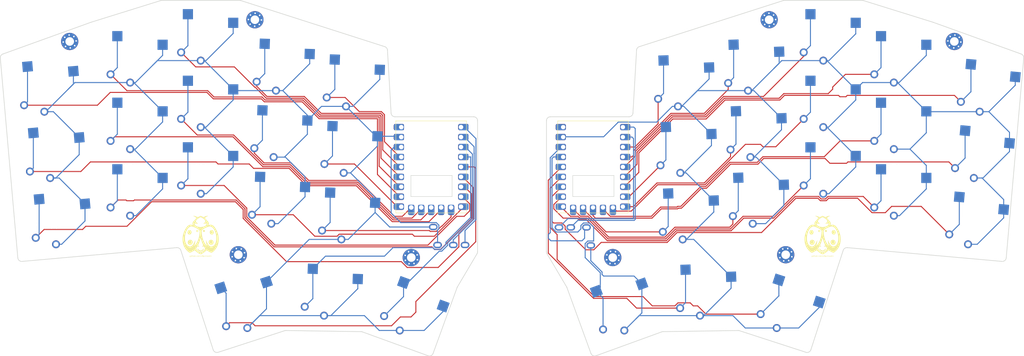
<source format=kicad_pcb>
(kicad_pcb (version 20221018) (generator pcbnew)
  (title_block (title "mushi") (rev "v1.0.0") (company "Unknown"))
  (layers (0 "F.Cu" signal) (31 "B.Cu" signal) (34 "B.Paste" user) (35 "F.Paste" user) (36 "B.SilkS" user "B.Silkscreen") (37 "F.SilkS" user "F.Silkscreen") (38 "B.Mask" user) (39 "F.Mask" user) (44 "Edge.Cuts" user))
  (net 0 "")
  (net 1 "matrix_pinky_bottom")
  (net 2 "GND")
  (net 3 "matrix_pinky_middle")
  (net 4 "matrix_pinky_top")
  (net 5 "matrix_ring_bottom")
  (net 6 "matrix_ring_middle")
  (net 7 "matrix_ring_top")
  (net 8 "matrix_middle_bottom")
  (net 9 "matrix_middle_middle")
  (net 10 "matrix_middle_top")
  (net 11 "matrix_index_bottom")
  (net 12 "matrix_index_middle")
  (net 13 "matrix_index_top")
  (net 14 "matrix_outer_bottom")
  (net 15 "matrix_outer_middle")
  (net 16 "matrix_outer_top")
  (net 17 "thumbs_inner_cluster")
  (net 18 "thumbs_middle_cluster")
  (net 19 "thumbs_outer_cluster")
  (net 20 "mirror_matrix_pinky_bottom")
  (net 21 "rGND")
  (net 22 "mirror_matrix_pinky_middle")
  (net 23 "mirror_matrix_pinky_top")
  (net 24 "mirror_matrix_ring_bottom")
  (net 25 "mirror_matrix_ring_middle")
  (net 26 "mirror_matrix_ring_top")
  (net 27 "mirror_matrix_middle_bottom")
  (net 28 "mirror_matrix_middle_middle")
  (net 29 "mirror_matrix_middle_top")
  (net 30 "mirror_matrix_index_bottom")
  (net 31 "mirror_matrix_index_middle")
  (net 32 "mirror_matrix_index_top")
  (net 33 "mirror_matrix_outer_bottom")
  (net 34 "mirror_matrix_outer_middle")
  (net 35 "mirror_matrix_outer_top")
  (net 36 "mirror_thumbs_inner_cluster")
  (net 37 "mirror_thumbs_middle_cluster")
  (net 38 "mirror_thumbs_outer_cluster")
  (net 39 "P5V")
  (net 40 "P3V3")
  (net 41 "RX")
  (net 42 "TX")
  (net 43 "rP5V")
  (net 44 "rP3V3")
  (net 45 "rRX")
  (net 46 "rTX")
  (footprint "PG1350" (layer "F.Cu") (at 194.559518 98.199212 -178)
    (fp_text reference "S71" hide)
    (fp_text value "" hide)
  )
  (footprint "PG1350" (layer "F.Cu") (at 86.228242 57.718589 178)
    (fp_text reference "S29" hide)
    (fp_text value "" hide)
  )
  (footprint "PG1350" (layer "F.Cu") (at 85.63495 74.708233 178)
    (fp_text reference "S28" hide)
    (fp_text value "" hide)
  )
  (footprint "PG1350" (layer "F.Cu") (at 207.414824 57.718589 -178)
    (fp_text reference "S65" hide)
    (fp_text value "" hide)
  )
  (footprint "PG1350" (layer "F.Cu") (at 86.821533 40.728945 178)
    (fp_text reference "S30" hide)
    (fp_text value "" hide)
  )
  (footprint "PG1350" (layer "F.Cu") (at 86.228242 57.718589 -2)
    (fp_text reference "S11" hide)
    (fp_text value "" hide)
  )
  (footprint "PG1350" (layer "F.Cu") (at 86.821533 40.728945 -2)
    (fp_text reference "S12" hide)
    (fp_text value "" hide)
  )
  (footprint "PG1350" (layer "F.Cu") (at 120.201945 102.338755 -20)
    (fp_text reference "S18" hide)
    (fp_text value "" hide)
  )
  (footprint "PG1350" (layer "F.Cu") (at 49.43495 55.668233 180)
    (fp_text reference "S23" hide)
    (fp_text value "" hide)
  )
  (footprint "PG1350" (layer "F.Cu") (at 49.43495 38.668233 180)
    (fp_text reference "S24" hide)
    (fp_text value "" hide)
  )
  (footprint "PG1350" (layer "F.Cu") (at 226.208116 50.058233)
    (fp_text reference "S44" hide)
    (fp_text value "" hide)
  )
  (footprint "PG1350" (layer "F.Cu") (at 226.208116 67.058233 180)
    (fp_text reference "S61" hide)
    (fp_text value "" hide)
  )
  (footprint "PG1350" (layer "F.Cu") (at 244.208116 72.668233 180)
    (fp_text reference "S58" hide)
    (fp_text value "" hide)
  )
  (footprint "MountingHole_2.2mm_M2_Pad_Via" (layer "F.Cu") (at 212.399084 28.526858 2)
    (fp_text reference "_6" hide)
    (fp_text value "")
  )
  (footprint "PG1350" (layer "F.Cu") (at 28.518352 63.06469 -175)
    (fp_text reference "S20" hide)
    (fp_text value "" hide)
  )
  (footprint "PG1350" (layer "F.Cu") (at 226.208116 67.058233)
    (fp_text reference "S43" hide)
    (fp_text value "" hide)
  )
  (footprint "PG1350" (layer "F.Cu") (at 49.43495 55.668233)
    (fp_text reference "S5" hide)
    (fp_text value "" hide)
  )
  (footprint "MountingHole_2.2mm_M2_Pad_Via" (layer "F.Cu") (at 259.630379 34.075515 -5)
    (fp_text reference "_5" hide)
    (fp_text value "")
  )
  (footprint "PG1350" (layer "F.Cu") (at 27.036705 46.12938 -175)
    (fp_text reference "S21" hide)
    (fp_text value "" hide)
  )
  (footprint "PG1350" (layer "F.Cu") (at 244.208116 38.668233)
    (fp_text reference "S42" hide)
    (fp_text value "" hide)
  )
  (footprint "PG1350" (layer "F.Cu") (at 208.008116 74.708233 2)
    (fp_text reference "S46" hide)
    (fp_text value "" hide)
  )
  (footprint "PG1350" (layer "F.Cu") (at 120.201945 102.338755 160)
    (fp_text reference "S36" hide)
    (fp_text value "" hide)
  )
  (footprint "RP2040-Zero" (layer "F.Cu") (at 157.318116 78.808233)
    (fp_text reference "RP2040Zero2")
    (fp_text value "")
    (fp_line (start 5 -5.13) (end 5 -10.5) (stroke (width 0.12)) (layer "Edge.Cuts"))
    (fp_line (start 5 -5.13) (end 15.5 -5.13) (stroke (width 0.12)) (layer "Edge.Cuts"))
    (fp_line (start 15.5 -10.5) (end 5 -10.5) (stroke (width 0.12)) (layer "Edge.Cuts"))
    (fp_line (start 15.5 -10.5) (end 15.5 -5.13) (stroke (width 0.12)) (layer "Edge.Cuts"))
  )
  (footprint "PG1350" (layer "F.Cu") (at 99.083548 98.199212 178)
    (fp_text reference "S35" hide)
    (fp_text value "" hide)
  )
  (footprint "PG1350" (layer "F.Cu") (at 263.643066 80 175)
    (fp_text reference "S55" hide)
    (fp_text value "" hide)
  )
  (footprint "PG1350" (layer "F.Cu") (at 216.152996 101.640387 162)
    (fp_text reference "S70" hide)
    (fp_text value "" hide)
  )
  (footprint "PG1350" (layer "F.Cu") (at 266.606361 46.12938 175)
    (fp_text reference "S57" hide)
    (fp_text value "" hide)
  )
  (footprint "PG1350" (layer "F.Cu") (at 77.49007 101.640387 18)
    (fp_text reference "S16" hide)
    (fp_text value "" hide)
  )
  (footprint "PG1350" (layer "F.Cu") (at 67.43495 50.058233 180)
    (fp_text reference "S26" hide)
    (fp_text value "" hide)
  )
  (footprint "MountingHole_2.2mm_M2_Pad_Via" (layer "F.Cu") (at 216.622807 88.544614 -18)
    (fp_text reference "_7" hide)
    (fp_text value "")
  )
  (footprint "MountingHole_2.2mm_M2_Pad_Via" (layer "F.Cu") (at 172.51456 89.267356 20)
    (fp_text reference "_8" hide)
    (fp_text value "")
  )
  (footprint "PG1350" (layer "F.Cu") (at 67.43495 67.058233 180)
    (fp_text reference "S25" hide)
    (fp_text value "" hide)
  )
  (footprint "PG1350" (layer "F.Cu") (at 244.208116 55.668233)
    (fp_text reference "S41" hide)
    (fp_text value "" hide)
  )
  (footprint "PG1350" (layer "F.Cu") (at 67.43495 33.058233)
    (fp_text reference "S9" hide)
    (fp_text value "" hide)
  )
  (footprint "PG1350" (layer "F.Cu") (at 67.43495 50.058233)
    (fp_text reference "S8" hide)
    (fp_text value "" hide)
  )
  (footprint "PG1350" (layer "F.Cu") (at 67.43495 33.058233 180)
    (fp_text reference "S27" hide)
    (fp_text value "" hide)
  )
  (footprint "PG1350" (layer "F.Cu") (at 206.821533 40.728945 2)
    (fp_text reference "S48" hide)
    (fp_text value "" hide)
  )
  (footprint "PG1350" (layer "F.Cu") (at 173.441121 102.338755 -160)
    (fp_text reference "S72" hide)
    (fp_text value "" hide)
  )
  (footprint "PG1350" (layer "F.Cu") (at 244.208116 55.668233 180)
    (fp_text reference "S59" hide)
    (fp_text value "" hide)
  )
  (footprint "PG1350" (layer "F.Cu") (at 265.124714 63.06469 -5)
    (fp_text reference "S38" hide)
    (fp_text value "" hide)
  )
  (footprint "PG1350" (layer "F.Cu") (at 226.208116 50.058233 180)
    (fp_text reference "S62" hide)
    (fp_text value "" hide)
  )
  (footprint "images:mushi" (layer "F.Cu") (at 67.431098 83.82)
    (fp_text reference "")
    (fp_text value "LOGO" hide)
  )
  (footprint "PG1350" (layer "F.Cu") (at 244.208116 38.668233 180)
    (fp_text reference "S60" hide)
    (fp_text value "" hide)
  )
  (footprint "PG1350" (layer "F.Cu") (at 265.124714 63.06469 175)
    (fp_text reference "S56" hide)
    (fp_text value "" hide)
  )
  (footprint "PG1350" (layer "F.Cu") (at 226.208116 33.058233 180)
    (fp_text reference "S63" hide)
    (fp_text value "" hide)
  )
  (footprint "images:mushi" (layer "F.Cu") (at 226.06 83.82)
    (fp_text reference "")
    (fp_text value "LOGO" hide)
  )
  (footprint "PG1350" (layer "F.Cu") (at 49.43495 72.668233 180)
    (fp_text reference "S22" hide)
    (fp_text value "" hide)
  )
  (footprint "PG1350" (layer "F.Cu") (at 188.951156 44.755065 -178)
    (fp_text reference "S69" hide)
    (fp_text value "" hide)
  )
  (footprint "PG1350" (layer "F.Cu") (at 30 80 -175)
    (fp_text reference "S19" hide)
    (fp_text value "" hide)
  )
  (footprint "RP2040-Zero" (layer "F.Cu") (at 116.03495 78.808233)
    (fp_text reference "RP2040Zero1")
    (fp_text value "")
    (fp_line (start 5 -5.13) (end 5 -10.5) (stroke (width 0.12)) (layer "Edge.Cuts"))
    (fp_line (start 5 -5.13) (end 15.5 -5.13) (stroke (width 0.12)) (layer "Edge.Cuts"))
    (fp_line (start 15.5 -10.5) (end 5 -10.5) (stroke (width 0.12)) (layer "Edge.Cuts"))
    (fp_line (start 15.5 -10.5) (end 15.5 -5.13) (stroke (width 0.12)) (layer "Edge.Cuts"))
  )
  (footprint "PG1350" (layer "F.Cu") (at 206.821533 40.728945 -178)
    (fp_text reference "S66" hide)
    (fp_text value "" hide)
  )
  (footprint "PG1350" (layer "F.Cu") (at 244.208116 72.668233)
    (fp_text reference "S40" hide)
    (fp_text value "" hide)
  )
  (footprint "TRRS-PJ-320A-dual" (layer "F.Cu") (at 138.03495 86.058233 -90)
    (fp_text reference "TRRS1")
    (fp_text value "TRRS-PJ-320A-dual")
  )
  (footprint "PG1350" (layer "F.Cu") (at 266.606361 46.12938 -5)
    (fp_text reference "S39" hide)
    (fp_text value "" hide)
  )
  (footprint "PG1350" (layer "F.Cu") (at 104.69191 44.755065 -2)
    (fp_text reference "S15" hide)
    (fp_text value "" hide)
  )
  (footprint "PG1350" (layer "F.Cu") (at 104.69191 44.755065 178)
    (fp_text reference "S33" hide)
    (fp_text value "" hide)
  )
  (footprint "PG1350" (layer "F.Cu") (at 104.098618 61.744709 178)
    (fp_text reference "S32" hide)
    (fp_text value "" hide)
  )
  (footprint "MountingHole_2.2mm_M2_Pad_Via" (layer "F.Cu") (at 81.243982 28.526858 -2)
    (fp_text reference "_2" hide)
    (fp_text value "")
  )
  (footprint "MountingHole_2.2mm_M2_Pad_Via" (layer "F.Cu") (at 77.020259 88.544614 18)
    (fp_text reference "_3" hide)
    (fp_text value "")
  )
  (footprint "PG1350" (layer "F.Cu") (at 30 80 5)
    (fp_text reference "S1" hide)
    (fp_text value "" hide)
  )
  (footprint "PG1350" (layer "F.Cu") (at 190.137739 78.734353 2)
    (fp_text reference "S49" hide)
    (fp_text value "" hide)
  )
  (footprint "PG1350" (layer "F.Cu") (at 28.518352 63.06469 5)
    (fp_text reference "S2" hide)
    (fp_text value "" hide)
  )
  (footprint "PG1350" (layer "F.Cu") (at 263.643066 80 -5)
    (fp_text reference "S37" hide)
    (fp_text value "" hide)
  )
  (footprint "PG1350" (layer "F.Cu") (at 104.098618 61.744709 -2)
    (fp_text reference "S14" hide)
    (fp_text value "" hide)
  )
  (footprint "PG1350" (layer "F.Cu") (at 194.559518 98.199212 2)
    (fp_text reference "S53" hide)
    (fp_text value "" hide)
  )
  (footprint "PG1350" (layer "F.Cu") (at 190.137739 78.734353 -178)
    (fp_text reference "S67" hide)
    (fp_text value "" hide)
  )
  (footprint "PG1350" (layer "F.Cu") (at 188.951156 44.755065 2)
    (fp_text reference "S51" hide)
    (fp_text value "" hide)
  )
  (footprint "PG1350" (layer "F.Cu") (at 99.083548 98.199212 -2)
    (fp_text reference "S17" hide)
    (fp_text value "" hide)
  )
  (footprint "PG1350" (layer "F.Cu") (at 226.208116 33.058233)
    (fp_text reference "S45" hide)
    (fp_text value "" hide)
  )
  (footprint "PG1350" (layer "F.Cu") (at 216.152996 101.640387 -18)
    (fp_text reference "S52" hide)
    (fp_text value "" hide)
  )
  (footprint "PG1350" (layer "F.Cu") (at 189.544448 61.744709 -178)
    (fp_text reference "S68" hide)
    (fp_text value "" hide)
  )
  (footprint "PG1350" (layer "F.Cu") (at 103.505327 78.734353 -2)
    (fp_text reference "S13" hide)
    (fp_text value "" hide)
  )
  (footprint "TRRS-PJ-320A-dual" (layer "F.Cu") (at 155.608116 81.558233 90)
    (fp_text reference "TRRS2")
    (fp_text value "TRRS-PJ-320A-dual")
  )
  (footprint "PG1350" (layer "F.Cu") (at 207.414824 57.718589 2)
    (fp_text reference "S47" hide)
    (fp_text value "" hide)
  )
  (footprint "PG1350" (layer "F.Cu") (at 27.036705 46.12938 5)
    (fp_text reference "S3" hide)
    (fp_text value "" hide)
  )
  (footprint "PG1350" (layer "F.Cu") (at 67.43495 67.058233)
    (fp_text reference "S7" hide)
    (fp_text value "" hide)
  )
  (footprint "PG1350" (layer "F.Cu") (at 173.441121 102.338755 20)
    (fp_text reference "S54" hide)
    (fp_text value "" hide)
  )
  (footprint "PG1350" (layer "F.Cu") (at 49.43495 38.668233)
    (fp_text reference "S6" hide)
    (fp_text value "" hide)
  )
  (footprint "PG1350" (layer "F.Cu") (at 77.49007 101.640387 -162)
    (fp_text reference "S34" hide)
    (fp_text value "" hide)
  )
  (footprint "PG1350" (layer "F.Cu") (at 85.63495 74.708233 -2)
    (fp_text reference "S10" hide)
    (fp_text value "" hide)
  )
  (footprint "MountingHole_2.2mm_M2_Pad_Via" (layer "F.Cu") (at 121.128506 89.267356 -20)
    (fp_text reference "_4" hide)
    (fp_text value "")
  )
  (footprint "PG1350" (layer "F.Cu") (at 103.505327 78.734353 178)
    (fp_text reference "S31" hide)
    (fp_text value "" hide)
  )
  (footprint "PG1350" (layer "F.Cu") (at 49.43495 72.668233)
    (fp_text reference "S4" hide)
    (fp_text value "" hide)
  )
  (footprint "MountingHole_2.2mm_M2_Pad_Via" (layer "F.Cu") (at 34.012687 34.075515 5)
    (fp_text reference "_1" hide)
    (fp_text value "")
  )
  (footprint "PG1350" (layer "F.Cu") (at 208.008116 74.708233 -178)
    (fp_text reference "S64" hide)
    (fp_text value "" hide)
  )
  (footprint "PG1350" (layer "F.Cu") (at 189.544448 61.744709 2)
    (fp_text reference "S50" hide)
    (fp_text value "" hide)
  )
  (gr_arc (start 71.866223 113.456577) (mid 71.103215 113.396527) (end 70.606149 112.814537) (stroke (width 0.15)) (layer "Edge.Cuts"))
  (gr_line (start 108.326954 108.185119) (end 89.151321 107.896769) (stroke (width 0.15)) (layer "Edge.Cuts"))
  (gr_arc (start 114.363767 35.400257) (mid 114.849041 35.740202) (end 115.056762 36.295094) (stroke (width 0.15)) (layer "Edge.Cuts"))
  (gr_line (start 223.036917 112.814537) (end 231.288676 87.418234) (stroke (width 0.15)) (layer "Edge.Cuts"))
  (gr_line (start 116.979106 53.308233) (end 137.03495 53.308233) (stroke (width 0.15)) (layer "Edge.Cuts"))
  (gr_arc (start 21.863686 90.246511) (mid 21.132759 90.017017) (end 20.778737 89.337612) (stroke (width 0.15)) (layer "Edge.Cuts"))
  (gr_line (start 178.586304 36.295094) (end 177.662311 52.365634) (stroke (width 0.15)) (layer "Edge.Cuts"))
  (gr_line (start 61.314579 86.731198) (end 21.863686 90.24651) (stroke (width 0.15)) (layer "Edge.Cuts"))
  (gr_arc (start 204.491744 107.896769) (mid 204.655784 107.907819) (end 204.815797 107.945599) (stroke (width 0.15)) (layer "Edge.Cuts"))
  (gr_arc (start 116.979106 53.308233) (mid 116.292593 53.035351) (end 115.980755 52.365634) (stroke (width 0.15)) (layer "Edge.Cuts"))
  (gr_arc (start 61.314579 86.731198) (mid 61.954601 86.892923) (end 62.35439 87.418234) (stroke (width 0.15)) (layer "Edge.Cuts"))
  (gr_arc (start 272.864328 89.337612) (mid 272.510307 90.017016) (end 271.77938 90.24651) (stroke (width 0.15)) (layer "Edge.Cuts"))
  (gr_arc (start 132.816361 96.918976) (mid 132.851938 96.833708) (end 132.895233 96.752088) (stroke (width 0.15)) (layer "Edge.Cuts"))
  (gr_line (start 236.055893 23.558233) (end 216.364529 23.558233) (stroke (width 0.15)) (layer "Edge.Cuts"))
  (gr_arc (start 16.313843 38.303637) (mid 16.467374 37.678042) (end 16.97056 37.275868) (stroke (width 0.15)) (layer "Edge.Cuts"))
  (gr_line (start 168.233079 114.344016) (end 184.989127 108.245314) (stroke (width 0.15)) (layer "Edge.Cuts"))
  (gr_arc (start 126.6917 113.746345) (mid 126.174625 114.310632) (end 125.409987 114.344016) (stroke (width 0.15)) (layer "Edge.Cuts"))
  (gr_arc (start 231.288676 87.418234) (mid 231.688465 86.892923) (end 232.328487 86.731198) (stroke (width 0.15)) (layer "Edge.Cuts"))
  (gr_arc (start 88.827268 107.9456) (mid 88.987281 107.90782) (end 89.151321 107.896769) (stroke (width 0.15)) (layer "Edge.Cuts"))
  (gr_line (start 115.056762 36.295094) (end 115.980755 52.365634) (stroke (width 0.15)) (layer "Edge.Cuts"))
  (gr_line (start 160.826705 96.918976) (end 166.951366 113.746344) (stroke (width 0.15)) (layer "Edge.Cuts"))
  (gr_arc (start 177.662311 52.365634) (mid 177.350472 53.035351) (end 176.66396 53.308233) (stroke (width 0.15)) (layer "Edge.Cuts"))
  (gr_line (start 272.864329 89.337612) (end 277.329223 38.303638) (stroke (width 0.15)) (layer "Edge.Cuts"))
  (gr_arc (start 178.586304 36.295094) (mid 178.794025 35.740202) (end 179.279299 35.400257) (stroke (width 0.15)) (layer "Edge.Cuts"))
  (gr_arc (start 57.289623 23.603527) (mid 57.436684 23.569622) (end 57.587173 23.558233) (stroke (width 0.15)) (layer "Edge.Cuts"))
  (gr_arc (start 137.03495 53.308233) (mid 137.742057 53.601126) (end 138.03495 54.308233) (stroke (width 0.15)) (layer "Edge.Cuts"))
  (gr_arc (start 108.326955 108.18512) (mid 108.492966 108.201533) (end 108.653939 108.245314) (stroke (width 0.15)) (layer "Edge.Cuts"))
  (gr_line (start 132.816361 96.918976) (end 126.6917 113.746344) (stroke (width 0.15)) (layer "Edge.Cuts"))
  (gr_line (start 276.672506 37.275868) (end 254.228923 29.175742) (stroke (width 0.15)) (layer "Edge.Cuts"))
  (gr_arc (start 276.672507 37.275869) (mid 277.175693 37.678043) (end 277.329223 38.303638) (stroke (width 0.15)) (layer "Edge.Cuts"))
  (gr_line (start 155.608116 54.308233) (end 155.608116 87.784747) (stroke (width 0.15)) (layer "Edge.Cuts"))
  (gr_line (start 20.778737 89.337612) (end 16.313843 38.303638) (stroke (width 0.15)) (layer "Edge.Cuts"))
  (gr_line (start 57.587173 23.558233) (end 77.278537 23.558233) (stroke (width 0.15)) (layer "Edge.Cuts"))
  (gr_line (start 88.827269 107.945599) (end 71.866223 113.456577) (stroke (width 0.15)) (layer "Edge.Cuts"))
  (gr_line (start 216.059173 23.605995) (end 179.279299 35.400257) (stroke (width 0.15)) (layer "Edge.Cuts"))
  (gr_arc (start 216.059173 23.605995) (mid 216.209995 23.570246) (end 216.364529 23.558233) (stroke (width 0.15)) (layer "Edge.Cuts"))
  (gr_arc (start 254.186996 29.16165) (mid 254.208037 29.168464) (end 254.228923 29.175742) (stroke (width 0.15)) (layer "Edge.Cuts"))
  (gr_line (start 155.747295 88.293655) (end 160.747833 96.752088) (stroke (width 0.15)) (layer "Edge.Cuts"))
  (gr_arc (start 223.036917 112.814537) (mid 222.539851 113.396527) (end 221.776843 113.456577) (stroke (width 0.15)) (layer "Edge.Cuts"))
  (gr_arc (start 160.747833 96.752088) (mid 160.791128 96.833708) (end 160.826705 96.918976) (stroke (width 0.15)) (layer "Edge.Cuts"))
  (gr_arc (start 138.03495 87.784747) (mid 137.999528 88.048545) (end 137.895771 88.293655) (stroke (width 0.15)) (layer "Edge.Cuts"))
  (gr_arc (start 39.414143 29.175742) (mid 39.435029 29.168464) (end 39.45607 29.16165) (stroke (width 0.15)) (layer "Edge.Cuts"))
  (gr_arc (start 236.055894 23.558233) (mid 236.206383 23.569621) (end 236.353444 23.603527) (stroke (width 0.15)) (layer "Edge.Cuts"))
  (gr_line (start 39.45607 29.16165) (end 57.289622 23.603527) (stroke (width 0.15)) (layer "Edge.Cuts"))
  (gr_line (start 254.186996 29.16165) (end 236.353444 23.603527) (stroke (width 0.15)) (layer "Edge.Cuts"))
  (gr_line (start 77.583893 23.605995) (end 114.363767 35.400257) (stroke (width 0.15)) (layer "Edge.Cuts"))
  (gr_arc (start 168.233078 114.344016) (mid 167.46844 114.310631) (end 166.951366 113.746344) (stroke (width 0.15)) (layer "Edge.Cuts"))
  (gr_line (start 204.815797 107.945599) (end 221.776843 113.456577) (stroke (width 0.15)) (layer "Edge.Cuts"))
  (gr_arc (start 184.989127 108.245313) (mid 185.1501 108.201531) (end 185.316112 108.185119) (stroke (width 0.15)) (layer "Edge.Cuts"))
  (gr_arc (start 155.608116 54.308233) (mid 155.901009 53.601126) (end 156.608116 53.308233) (stroke (width 0.15)) (layer "Edge.Cuts"))
  (gr_arc (start 77.278537 23.558233) (mid 77.433071 23.570246) (end 77.583893 23.605995) (stroke (width 0.15)) (layer "Edge.Cuts"))
  (gr_line (start 185.316112 108.185119) (end 204.491745 107.896769) (stroke (width 0.15)) (layer "Edge.Cuts"))
  (gr_line (start 137.895771 88.293655) (end 132.895233 96.752088) (stroke (width 0.15)) (layer "Edge.Cuts"))
  (gr_arc (start 155.747295 88.293655) (mid 155.643538 88.048545) (end 155.608116 87.784747) (stroke (width 0.15)) (layer "Edge.Cuts"))
  (gr_line (start 16.97056 37.275868) (end 39.414143 29.175742) (stroke (width 0.15)) (layer "Edge.Cuts"))
  (gr_line (start 138.03495 54.308233) (end 138.03495 87.784747) (stroke (width 0.15)) (layer "Edge.Cuts"))
  (gr_line (start 70.606149 112.814537) (end 62.35439 87.418234) (stroke (width 0.15)) (layer "Edge.Cuts"))
  (gr_line (start 125.409987 114.344016) (end 108.653939 108.245314) (stroke (width 0.15)) (layer "Edge.Cuts"))
  (gr_line (start 176.66396 53.308233) (end 156.608116 53.308233) (stroke (width 0.15)) (layer "Edge.Cuts"))
  (gr_line (start 232.328487 86.731198) (end 271.77938 90.24651) (stroke (width 0.15)) (layer "Edge.Cuts"))
  (segment (start 118.603506 90.313246) (end 120.082616 91.792356) (width 0.25) (layer "F.Cu") (net 1))
  (segment (start 78.264378 79.259674) (end 89.31795 90.313246) (width 0.25) (layer "F.Cu") (net 1))
  (segment (start 78.264378 76.99717) (end 78.264378 79.259674) (width 0.25) (layer "F.Cu") (net 1))
  (segment (start 37.2905 82.0895) (end 38.1 81.28) (width 0.25) (layer "F.Cu") (net 1))
  (segment (start 127.991817 91.792356) (end 133.25995 86.524223) (width 0.25) (layer "F.Cu") (net 1))
  (segment (start 136.93995 79.480619) (end 136.93995 71.387857) (width 0.25) (layer "F.Cu") (net 1))
  (segment (start 48.619644 81.28) (end 54.885739 75.013905) (width 0.25) (layer "F.Cu") (net 1))
  (segment (start 120.082616 91.792356) (end 127.991817 91.792356) (width 0.25) (layer "F.Cu") (net 1))
  (segment (start 25.350218 84.221319) (end 27.482037 82.0895) (width 0.25) (layer "F.Cu") (net 1))
  (segment (start 89.31795 90.313246) (end 118.603506 90.313246) (width 0.25) (layer "F.Cu") (net 1))
  (segment (start 54.885739 75.013905) (end 76.281113 75.013905) (width 0.25) (layer "F.Cu") (net 1))
  (segment (start 38.1 81.28) (end 48.619644 81.28) (width 0.25) (layer "F.Cu") (net 1))
  (segment (start 136.93995 71.387857) (end 134.200326 68.648233) (width 0.25) (layer "F.Cu") (net 1))
  (segment (start 27.482037 82.0895) (end 37.2905 82.0895) (width 0.25) (layer "F.Cu") (net 1))
  (segment (start 76.281113 75.013905) (end 78.264378 76.99717) (width 0.25) (layer "F.Cu") (net 1))
  (segment (start 134.200326 68.648233) (end 133.81495 68.648233) (width 0.25) (layer "F.Cu") (net 1))
  (segment (start 133.25995 83.160619) (end 136.93995 79.480619) (width 0.25) (layer "F.Cu") (net 1))
  (segment (start 133.25995 86.524223) (end 133.25995 83.160619) (width 0.25) (layer "F.Cu") (net 1))
  (segment (start 26.218886 74.358077) (end 26.218886 83.352651) (width 0.25) (layer "B.Cu") (net 1))
  (segment (start 26.218886 83.352651) (end 25.350218 84.221319) (width 0.25) (layer "B.Cu") (net 1))
  (segment (start 75.70995 66.120073) (end 68.87179 72.958233) (width 0.25) (layer "B.Cu") (net 2))
  (segment (start 37.916677 75.543056) (end 37.916677 79.911931) (width 0.25) (layer "B.Cu") (net 2))
  (segment (start 94.035782 73.729682) (end 87.160825 80.604639) (width 0.25) (layer "B.Cu") (net 2))
  (segment (start 75.70995 63.308233) (end 75.70995 66.120073) (width 0.25) (layer "B.Cu") (net 2))
  (segment (start 105.031202 84.630759) (end 103.29942 84.630759) (width 0.25) (layer "B.Cu") (net 2))
  (segment (start 29.834212 52.006929) (end 27.550924 52.006929) (width 0.25) (layer "B.Cu") (net 2))
  (segment (start 67.43495 38.958233) (end 56.378633 38.958233) (width 0.25) (layer "B.Cu") (net 2))
  (segment (start 112.49945 58.285787) (end 118.372504 58.285787) (width 0.25) (layer "B.Cu") (net 2))
  (segment (start 57.70995 54.626917) (end 50.768634 61.568233) (width 0.25) (layer "B.Cu") (net 2))
  (segment (start 98.877641 104.095618) (end 82.469272 104.095618) (width 0.25) (layer "B.Cu") (net 2))
  (segment (start 55.288433 40.048433) (end 50.768634 44.568233) (width 0.25) (layer "B.Cu") (net 2))
  (segment (start 75.70995 32.016917) (end 68.768634 38.958233) (width 0.25) (layer "B.Cu") (net 2))
  (segment (start 112.120319 58.285787) (end 104.486003 50.651471) (width 0.25) (layer "B.Cu") (net 2))
  (segment (start 94.035782 71.249311) (end 94.035782 68.635782) (width 0.25) (layer "B.Cu") (net 2))
  (segment (start 31.31586 68.942239) (end 29.032571 68.942239) (width 0.25) (layer "B.Cu") (net 2))
  (segment (start 88.347408 46.625351) (end 86.615626 46.625351) (width 0.25) (layer "B.Cu") (net 2))
  (segment (start 129.260477 103.028555) (end 124.406091 107.882941) (width 0.25) (layer "B.Cu") (net 2))
  (segment (start 84.201249 102.363641) (end 79.31327 107.25162) (width 0.25) (layer "B.Cu") (net 2))
  (segment (start 84.201249 95.516809) (end 84.201249 102.363641) (width 0.25) (layer "B.Cu") (net 2))
  (segment (start 126.73495 81.458233) (end 115.60859 81.458233) (width 0.25) (layer "B.Cu") (net 2))
  (segment (start 94.035782 68.635782) (end 88.9 63.5) (width 0.25) (layer "B.Cu") (net 2))
  (segment (start 111.906159 75.275431) (end 111.906159 73.922781) (width 0.25) (layer "B.Cu") (net 2))
  (segment (start 86.615626 46.625351) (end 76.027068 46.625351) (width 0.25) (layer "B.Cu") (net 2))
  (segment (start 112.49945 60.766158) (end 105.624493 67.641115) (width 0.25) (layer "B.Cu") (net 2))
  (segment (start 94.629074 57.770926) (end 88.9 63.5) (width 0.25) (layer "B.Cu") (net 2))
  (segment (start 68.35995 55.958233) (end 67.43495 55.958233) (width 0.25) (layer "B.Cu") (net 2))
  (segment (start 82.469272 104.095618) (end 79.31327 107.25162) (width 0.25) (layer "B.Cu") (net 2))
  (segment (start 57.70995 51.918233) (end 50.35995 44.568233) (width 0.25) (layer "B.Cu") (net 2))
  (segment (start 75.70995 29.308233) (end 75.70995 32.016917) (width 0.25) (layer "B.Cu") (net 2))
  (segment (start 94.035782 71.249311) (end 94.035782 73.729682) (width 0.25) (layer "B.Cu") (net 2))
  (segment (start 124.406091 107.882941) (end 118.184026 107.882941) (width 0.25) (layer "B.Cu") (net 2))
  (segment (start 94.629074 54.259667) (end 94.629074 52.907017) (width 0.25) (layer "B.Cu") (net 2))
  (segment (start 35.331251 44.568233) (end 33.599742 46.299742) (width 0.25) (layer "B.Cu") (net 2))
  (segment (start 107.48438 94.74029) (end 107.48438 97.220661) (width 0.25) (layer "B.Cu") (net 2))
  (segment (start 50.87179 78.568233) (end 49.43495 78.568233) (width 0.25) (layer "B.Cu") (net 2))
  (segment (start 34.953382 41.672436) (end 34.953382 44.946101) (width 0.25) (layer "B.Cu") (net 2))
  (segment (start 107.48438 97.220661) (end 100.609423 104.095618) (width 0.25) (layer "B.Cu") (net 2))
  (segment (start 68.35995 38.958233) (end 67.43495 38.958233) (width 0.25) (layer "B.Cu") (net 2))
  (segment (start 50.768634 61.568233) (end 49.43495 61.568233) (width 0.25) (layer "B.Cu") (net 2))
  (segment (start 75.70995 46.308233) (end 75.70995 49.016917) (width 0.25) (layer "B.Cu") (net 2))
  (segment (start 111.906159 73.922781) (end 105.624493 67.641115) (width 0.25) (layer "B.Cu") (net 2))
  (segment (start 88.785005 63.614995) (end 86.022335 63.614995) (width 0.25) (layer "B.Cu") (net 2))
  (segment (start 109.175618 104.095618) (end 98.877641 104.095618) (width 0.25) (layer "B.Cu") (net 2))
  (segment (start 104.486003 50.651471) (end 98.23727 50.651471) (width 0.25) (layer "B.Cu") (net 2))
  (segment (start 50.35995 44.568233) (end 49.43495 44.568233) (width 0.25) (layer "B.Cu") (net 2))
  (segment (start 111.906159 75.275431) (end 111.906159 77.755802) (width 0.25) (layer "B.Cu") (net 2))
  (segment (start 56.378633 38.958233) (end 55.288433 40.048433) (width 0.25) (layer "B.Cu") (net 2))
  (segment (start 50.35995 61.568233) (end 49.43495 61.568233) (width 0.25) (layer "B.Cu") (net 2))
  (segment (start 49.43495 44.568233) (end 35.331251 44.568233) (width 0.25) (layer "B.Cu") (net 2))
  (segment (start 113.092742 43.776514) (end 106.217785 50.651471) (width 0.25) (layer "B.Cu") (net 2))
  (segment (start 75.70995 46.308233) (end 68.35995 38.958233) (width 0.25) (layer "B.Cu") (net 2))
  (segment (start 112.49945 58.285787) (end 112.49945 60.766158) (width 0.25) (layer "B.Cu") (net 2))
  (segment (start 57.70995 71.730073) (end 50.87179 78.568233) (width 0.25) (layer "B.Cu") (net 2))
  (segment (start 94.629074 52.907017) (end 88.347408 46.625351) (width 0.25) (layer "B.Cu") (net 2))
  (segment (start 129.260477 101.645124) (end 129.260477 103.028555) (width 0.25) (layer "B.Cu") (net 2))
  (segment (start 75.70995 49.016917) (end 68.768634 55.958233) (width 0.25) (layer "B.Cu") (net 2))
  (segment (start 94.629074 54.259667) (end 94.629074 57.770926) (width 0.25) (layer "B.Cu") (net 2))
  (segment (start 95.222365 37.270023) (end 95.222365 39.750394) (width 0.25) (layer "B.Cu") (net 2))
  (segment (start 112.49945 58.285787) (end 112.120319 58.285787) (width 0.25) (layer "B.Cu") (net 2))
  (segment (start 57.70995 51.918233) (end 57.70995 54.626917) (width 0.25) (layer "B.Cu") (net 2))
  (segment (start 50.768634 44.568233) (end 49.43495 44.568233) (width 0.25) (layer "B.Cu") (net 2))
  (segment (start 30.469411 68.942239) (end 29.032571 68.942239) (width 0.25) (layer "B.Cu") (net 2))
  (segment (start 95.087299 84.630759) (end 103.29942 84.630759) (width 0.25) (layer "B.Cu") (net 2))
  (segment (start 31.951059 85.877549) (end 30.514219 85.877549) (width 0.25) (layer "B.Cu") (net 2))
  (segment (start 68.87179 72.958233) (end 67.43495 72.958233) (width 0.25) (layer "B.Cu") (net 2))
  (segment (start 36.435029 58.607746) (end 29.834212 52.006929) (width 0.25) (layer "B.Cu") (net 2))
  (segment (start 57.70995 68.918233) (end 50.35995 61.568233) (width 0.25) (layer "B.Cu") (net 2))
  (segment (start 100.609423 104.095618) (end 98.877641 104.095618) (width 0.25) (layer "B.Cu") (net 2))
  (segment (start 57.70995 34.918233) (end 57.70995 37.626917) (width 0.25) (layer "B.Cu") (net 2))
  (segment (start 57.70995 37.626917) (end 55.288433 40.048433) (width 0.25) (layer "B.Cu") (net 2))
  (segment (start 98.23727 50.651471) (end 94.629074 54.259667) (width 0.25) (layer "B.Cu") (net 2))
  (segment (start 112.962941 107.882941) (end 109.175618 104.095618) (width 0.25) (layer "B.Cu") (net 2))
  (segment (start 106.217785 50.651471) (end 104.486003 50.651471) (width 0.25) (layer "B.Cu") (net 2))
  (segment (start 36.435029 62.976621) (end 30.469411 68.942239) (width 0.25) (layer "B.Cu") (net 2))
  (segment (start 111.906159 77.755802) (end 105.031202 84.630759) (width 0.25) (layer "B.Cu") (net 2))
  (segment (start 88.9 63.5) (end 88.785005 63.614995) (width 0.25) (layer "B.Cu") (net 2))
  (segment (start 95.222365 39.750394) (end 88.347408 46.625351) (width 0.25) (layer "B.Cu") (net 2))
  (segment (start 57.70995 68.918233) (end 57.70995 71.730073) (width 0.25) (layer "B.Cu") (net 2))
  (segment (start 37.916677 79.911931) (end 31.951059 85.877549) (width 0.25) (layer "B.Cu") (net 2))
  (segment (start 34.953382 44.946101) (end 33.599742 46.299742) (width 0.25) (layer "B.Cu") (net 2))
  (segment (start 118.372504 58.285787) (end 118.57495 58.488233) (width 0.25) (layer "B.Cu") (net 2))
  (segment (start 105.624493 67.641115) (end 103.892711 67.641115) (width 0.25) (layer "B.Cu") (net 2))
  (segment (start 87.160825 80.604639) (end 85.429043 80.604639) (width 0.25) (layer "B.Cu") (net 2))
  (segment (start 115.60859 81.458233) (end 111.906159 77.755802) (width 0.25) (layer "B.Cu") (net 2))
  (segment (start 118.184026 107.882941) (end 112.962941 107.882941) (width 0.25) (layer "B.Cu") (net 2))
  (segment (start 27.892554 52.006929) (end 27.550924 52.006929) (width 0.25) (layer "B.Cu") (net 2))
  (segment (start 68.768634 55.958233) (end 67.43495 55.958233) (width 0.25) (layer "B.Cu") (net 2))
  (segment (start 113.092742 41.296143) (end 113.092742 43.776514) (width 0.25) (layer "B.Cu") (net 2))
  (segment (start 68.768634 38.958233) (end 67.43495 38.958233) (width 0.25) (layer "B.Cu") (net 2))
  (segment (start 37.916677 75.543056) (end 31.31586 68.942239) (width 0.25) (layer "B.Cu") (net 2))
  (segment (start 36.435029 58.607746) (end 36.435029 62.976621) (width 0.25) (layer "B.Cu") (net 2))
  (segment (start 75.70995 63.308233) (end 68.35995 55.958233) (width 0.25) (layer "B.Cu") (net 2))
  (segment (start 84.201249 95.516809) (end 95.087299 84.630759) (width 0.25) (layer "B.Cu") (net 2))
  (segment (start 76.027068 46.625351) (end 75.70995 46.308233) (width 0.25) (layer "B.Cu") (net 2))
  (segment (start 33.599742 46.299742) (end 27.892554 52.006929) (width 0.25) (layer "B.Cu") (net 2))
  (segment (start 116.280812 80.09) (end 125.65 80.09) (width 0.25) (layer "F.Cu") (net 3))
  (segment (start 23.86857 67.286009) (end 36.853991 67.286009) (width 0.25) (layer "F.Cu") (net 3))
  (segment (start 89.980812 66.49) (end 94.40379 70.912978) (width 0.25) (layer "F.Cu") (net 3))
  (segment (start 36.853991 67.286009) (end 39.296767 64.843233) (width 0.25) (layer "F.Cu") (net 3))
  (segment (start 107.10379 70.912978) (end 116.280812 80.09) (width 0.25) (layer "F.Cu") (net 3))
  (segment (start 39.296767 64.843233) (end 71.3183 64.843233) (width 0.25) (layer "F.Cu") (net 3))
  (segment (start 71.3183 64.843233) (end 71.841247 65.36618) (width 0.25) (layer "F.Cu") (net 3))
  (segment (start 79.795274 65.36618) (end 80.919094 66.49) (width 0.25) (layer "F.Cu") (net 3))
  (segment (start 94.40379 70.912978) (end 107.10379 70.912978) (width 0.25) (layer "F.Cu") (net 3))
  (segment (start 125.65 80.09) (end 128.73495 77.00505) (width 0.25) (layer "F.Cu") (net 3))
  (segment (start 128.73495 77.00505) (end 128.73495 76.478233) (width 0.25) (layer "F.Cu") (net 3))
  (segment (start 71.841247 65.36618) (end 79.795274 65.36618) (width 0.25) (layer "F.Cu") (net 3))
  (segment (start 80.919094 66.49) (end 89.980812 66.49) (width 0.25) (layer "F.Cu") (net 3))
  (segment (start 24.737238 66.417341) (end 23.86857 67.286009) (width 0.25) (layer "B.Cu") (net 3))
  (segment (start 24.737238 57.422767) (end 24.737238 66.417341) (width 0.25) (layer "B.Cu") (net 3))
  (segment (start 69.00665 47.084883) (end 70.645902 48.724135) (width 0.25) (layer "F.Cu") (net 4))
  (segment (start 41.089301 50.350699) (end 44.355117 47.084883) (width 0.25) (layer "F.Cu") (net 4))
  (segment (start 97.600812 53.79) (end 112.5 53.79) (width 0.25) (layer "F.Cu") (net 4))
  (segment (start 82.89471 48.724135) (end 83.648773 49.478198) (width 0.25) (layer "F.Cu") (net 4))
  (segment (start 83.648773 49.478198) (end 93.28901 49.478198) (width 0.25) (layer "F.Cu") (net 4))
  (segment (start 112.5 68.038659) (end 118.189574 73.728233) (width 0.25) (layer "F.Cu") (net 4))
  (segment (start 70.645902 48.724135) (end 82.89471 48.724135) (width 0.25) (layer "F.Cu") (net 4))
  (segment (start 112.5 53.79) (end 112.5 68.038659) (width 0.25) (layer "F.Cu") (net 4))
  (segment (start 118.189574 73.728233) (end 118.57495 73.728233) (width 0.25) (layer "F.Cu") (net 4))
  (segment (start 93.28901 49.478198) (end 97.600812 53.79) (width 0.25) (layer "F.Cu") (net 4))
  (segment (start 44.355117 47.084883) (end 69.00665 47.084883) (width 0.25) (layer "F.Cu") (net 4))
  (segment (start 22.386923 50.350699) (end 41.089301 50.350699) (width 0.25) (layer "F.Cu") (net 4))
  (segment (start 23.255591 49.482031) (end 22.386923 50.350699) (width 0.25) (layer "B.Cu") (net 4))
  (segment (start 23.255591 40.487457) (end 23.255591 49.482031) (width 0.25) (layer "B.Cu") (net 4))
  (segment (start 50.300449 74.757733) (end 50.494277 74.563905) (width 0.25) (layer "F.Cu") (net 5))
  (segment (start 46.339278 74.563905) (end 48.375623 74.563905) (width 0.25) (layer "F.Cu") (net 5))
  (segment (start 127.06896 87.183233) (end 128.60094 87.183233) (width 0.25) (layer "F.Cu") (net 5))
  (segment (start 48.375623 74.563905) (end 48.569451 74.757733) (width 0.25) (layer "F.Cu") (net 5))
  (segment (start 50.494277 74.563905) (end 76.467509 74.563905) (width 0.25) (layer "F.Cu") (net 5))
  (segment (start 136.48995 72.98995) (end 134.688233 71.188233) (width 0.25) (layer "F.Cu") (net 5))
  (segment (start 126.40995 86.524223) (end 127.06896 87.183233) (width 0.25) (layer "F.Cu") (net 5))
  (segment (start 136.48995 79.294223) (end 136.48995 72.98995) (width 0.25) (layer "F.Cu") (net 5))
  (segment (start 78.714378 76.810774) (end 78.714378 79.073278) (width 0.25) (layer "F.Cu") (net 5))
  (segment (start 86.165323 86.524223) (end 126.40995 86.524223) (width 0.25) (layer "F.Cu") (net 5))
  (segment (start 78.714378 79.073278) (end 86.165323 86.524223) (width 0.25) (layer "F.Cu") (net 5))
  (segment (start 76.467509 74.563905) (end 78.714378 76.810774) (width 0.25) (layer "F.Cu") (net 5))
  (segment (start 128.60094 87.183233) (end 136.48995 79.294223) (width 0.25) (layer "F.Cu") (net 5))
  (segment (start 134.688233 71.188233) (end 133.81495 71.188233) (width 0.25) (layer "F.Cu") (net 5))
  (segment (start 48.569451 74.757733) (end 50.300449 74.757733) (width 0.25) (layer "F.Cu") (net 5))
  (segment (start 44.43495 76.468233) (end 46.339278 74.563905) (width 0.25) (layer "F.Cu") (net 5))
  (segment (start 46.15995 74.743233) (end 44.43495 76.468233) (width 0.25) (layer "B.Cu") (net 5))
  (segment (start 46.15995 66.718233) (end 46.15995 74.743233) (width 0.25) (layer "B.Cu") (net 5))
  (segment (start 94.590186 70.462978) (end 107.290186 70.462978) (width 0.25) (layer "F.Cu") (net 6))
  (segment (start 126.19495 77.00505) (end 126.19495 76.478233) (width 0.25) (layer "F.Cu") (net 6))
  (segment (start 123.56 79.64) (end 126.19495 77.00505) (width 0.25) (layer "F.Cu") (net 6))
  (segment (start 83.264036 66.04) (end 90.167208 66.04) (width 0.25) (layer "F.Cu") (net 6))
  (segment (start 45.483183 58.42) (end 75.644036 58.42) (width 0.25) (layer "F.Cu") (net 6))
  (segment (start 75.644036 58.42) (end 83.264036 66.04) (width 0.25) (layer "F.Cu") (net 6))
  (segment (start 44.43495 59.468233) (end 45.483183 58.42) (width 0.25) (layer "F.Cu") (net 6))
  (segment (start 90.167208 66.04) (end 94.590186 70.462978) (width 0.25) (layer "F.Cu") (net 6))
  (segment (start 116.467208 79.64) (end 123.56 79.64) (width 0.25) (layer "F.Cu") (net 6))
  (segment (start 107.290186 70.462978) (end 116.467208 79.64) (width 0.25) (layer "F.Cu") (net 6))
  (segment (start 46.15995 57.743233) (end 44.43495 59.468233) (width 0.25) (layer "B.Cu") (net 6))
  (segment (start 46.15995 49.718233) (end 46.15995 57.743233) (width 0.25) (layer "B.Cu") (net 6))
  (segment (start 97.787208 53.34) (end 112.95 53.34) (width 0.25) (layer "F.Cu") (net 7))
  (segment (start 48.6016 46.634883) (end 69.193046 46.634883) (width 0.25) (layer "F.Cu") (net 7))
  (segment (start 83.066971 48.26) (end 83.835169 49.028198) (width 0.25) (layer "F.Cu") (net 7))
  (segment (start 118.189574 71.188233) (end 118.57495 71.188233) (width 0.25) (layer "F.Cu") (net 7))
  (segment (start 69.193046 46.634883) (end 70.818163 48.26) (width 0.25) (layer "F.Cu") (net 7))
  (segment (start 93.475406 49.028198) (end 97.787208 53.34) (width 0.25) (layer "F.Cu") (net 7))
  (segment (start 70.818163 48.26) (end 83.066971 48.26) (width 0.25) (layer "F.Cu") (net 7))
  (segment (start 83.835169 49.028198) (end 93.475406 49.028198) (width 0.25) (layer "F.Cu") (net 7))
  (segment (start 112.95 65.948659) (end 118.189574 71.188233) (width 0.25) (layer "F.Cu") (net 7))
  (segment (start 44.43495 42.468233) (end 48.6016 46.634883) (width 0.25) (layer "F.Cu") (net 7))
  (segment (start 112.95 53.34) (end 112.95 65.948659) (width 0.25) (layer "F.Cu") (net 7))
  (segment (start 46.15995 40.743233) (end 44.43495 42.468233) (width 0.25) (layer "B.Cu") (net 7))
  (segment (start 46.15995 32.718233) (end 46.15995 40.743233) (width 0.25) (layer "B.Cu") (net 7))
  (segment (start 132.716396 78.74) (end 134.62 78.74) (width 0.25) (layer "F.Cu") (net 8))
  (segment (start 134.200326 73.728233) (end 133.81495 73.728233) (width 0.25) (layer "F.Cu") (net 8))
  (segment (start 134.62 78.74) (end 136.03995 77.32005) (width 0.25) (layer "F.Cu") (net 8))
  (segment (start 73.398233 70.858233) (end 79.164378 76.624378) (width 0.25) (layer "F.Cu") (net 8))
  (segment (start 136.03995 75.567857) (end 134.200326 73.728233) (width 0.25) (layer "F.Cu") (net 8))
  (segment (start 79.164378 78.886882) (end 86.351719 86.074223) (width 0.25) (layer "F.Cu") (net 8))
  (segment (start 79.164378 76.624378) (end 79.164378 78.886882) (width 0.25) (layer "F.Cu") (net 8))
  (segment (start 86.351719 86.074223) (end 125.382173 86.074223) (width 0.25) (layer "F.Cu") (net 8))
  (segment (start 62.43495 70.858233) (end 73.398233 70.858233) (width 0.25) (layer "F.Cu") (net 8))
  (segment (start 125.382173 86.074223) (end 132.716396 78.74) (width 0.25) (layer "F.Cu") (net 8))
  (segment (start 136.03995 77.32005) (end 136.03995 75.567857) (width 0.25) (layer "F.Cu") (net 8))
  (segment (start 64.15995 61.108233) (end 64.15995 69.133233) (width 0.25) (layer "B.Cu") (net 8))
  (segment (start 64.15995 69.133233) (end 62.43495 70.858233) (width 0.25) (layer "B.Cu") (net 8))
  (segment (start 90.317518 65.553914) (end 94.776582 70.012978) (width 0.25) (layer "F.Cu") (net 9))
  (segment (start 62.43495 53.858233) (end 66.546717 57.97) (width 0.25) (layer "F.Cu") (net 9))
  (segment (start 116.653604 79.19) (end 121.319578 79.19) (width 0.25) (layer "F.Cu") (net 9))
  (segment (start 83.414346 65.553914) (end 90.317518 65.553914) (width 0.25) (layer "F.Cu") (net 9))
  (segment (start 66.546717 57.97) (end 75.830432 57.97) (width 0.25) (layer "F.Cu") (net 9))
  (segment (start 123.65495 76.854628) (end 123.65495 76.478233) (width 0.25) (layer "F.Cu") (net 9))
  (segment (start 75.830432 57.97) (end 83.414346 65.553914) (width 0.25) (layer "F.Cu") (net 9))
  (segment (start 121.319578 79.19) (end 123.65495 76.854628) (width 0.25) (layer "F.Cu") (net 9))
  (segment (start 94.776582 70.012978) (end 107.476582 70.012978) (width 0.25) (layer "F.Cu") (net 9))
  (segment (start 107.476582 70.012978) (end 116.653604 79.19) (width 0.25) (layer "F.Cu") (net 9))
  (segment (start 64.15995 44.108233) (end 64.15995 52.133233) (width 0.25) (layer "B.Cu") (net 9))
  (segment (start 64.15995 52.133233) (end 62.43495 53.858233) (width 0.25) (layer "B.Cu") (net 9))
  (segment (start 62.43495 36.858233) (end 66.143232 40.566515) (width 0.25) (layer "F.Cu") (net 10))
  (segment (start 66.143232 40.566515) (end 76.009881 40.566515) (width 0.25) (layer "F.Cu") (net 10))
  (segment (start 113.136396 52.89) (end 113.4 53.153604) (width 0.25) (layer "F.Cu") (net 10))
  (segment (start 113.4 53.153604) (end 113.4 63.858659) (width 0.25) (layer "F.Cu") (net 10))
  (segment (start 76.009881 40.566515) (end 81.163367 45.72) (width 0.25) (layer "F.Cu") (net 10))
  (segment (start 113.4 63.858659) (end 118.189574 68.648233) (width 0.25) (layer "F.Cu") (net 10))
  (segment (start 93.661802 48.578198) (end 97.973604 52.89) (width 0.25) (layer "F.Cu") (net 10))
  (segment (start 84.138198 48.578198) (end 93.661802 48.578198) (width 0.25) (layer "F.Cu") (net 10))
  (segment (start 118.189574 68.648233) (end 118.57495 68.648233) (width 0.25) (layer "F.Cu") (net 10))
  (segment (start 97.973604 52.89) (end 113.136396 52.89) (width 0.25) (layer "F.Cu") (net 10))
  (segment (start 81.163367 45.72) (end 81.28 45.72) (width 0.25) (layer "F.Cu") (net 10))
  (segment (start 81.28 45.72) (end 84.138198 48.578198) (width 0.25) (layer "F.Cu") (net 10))
  (segment (start 64.15995 27.108233) (end 64.15995 35.133233) (width 0.25) (layer "B.Cu") (net 10))
  (segment (start 64.15995 35.133233) (end 62.43495 36.858233) (width 0.25) (layer "B.Cu") (net 10))
  (segment (start 102.213718 83.82) (end 102.743959 83.289759) (width 0.25) (layer "F.Cu") (net 11))
  (segment (start 121.389759 83.289759) (end 121.92 83.82) (width 0.25) (layer "F.Cu") (net 11))
  (segment (start 121.92 83.82) (end 127 83.82) (width 0.25) (layer "F.Cu") (net 11))
  (segment (start 133.81495 77.00505) (end 133.81495 76.268233) (width 0.25) (layer "F.Cu") (net 11))
  (segment (start 91.031421 78.331421) (end 96.52 83.82) (width 0.25) (layer "F.Cu") (net 11))
  (segment (start 96.52 83.82) (end 102.213718 83.82) (width 0.25) (layer "F.Cu") (net 11))
  (segment (start 127 83.82) (end 133.81495 77.00505) (width 0.25) (layer "F.Cu") (net 11))
  (segment (start 80.505378 78.331421) (end 91.031421 78.331421) (width 0.25) (layer "F.Cu") (net 11))
  (segment (start 102.743959 83.289759) (end 121.389759 83.289759) (width 0.25) (layer "F.Cu") (net 11))
  (segment (start 82.569597 76.267202) (end 80.505378 78.331421) (width 0.25) (layer "B.Cu") (net 11))
  (segment (start 82.569597 68.647562) (end 82.569597 76.267202) (width 0.25) (layer "B.Cu") (net 11))
  (segment (start 81.09867 62.601842) (end 83.600742 65.103914) (width 0.25) (layer "F.Cu") (net 12))
  (segment (start 116.84 78.74) (end 118.853183 78.74) (width 0.25) (layer "F.Cu") (net 12))
  (segment (start 83.600742 65.103914) (end 90.503914 65.103914) (width 0.25) (layer "F.Cu") (net 12))
  (segment (start 90.503914 65.103914) (end 94.962978 69.562978) (width 0.25) (layer "F.Cu") (net 12))
  (segment (start 118.853183 78.74) (end 121.11495 76.478233) (width 0.25) (layer "F.Cu") (net 12))
  (segment (start 81.09867 61.341777) (end 81.09867 62.601842) (width 0.25) (layer "F.Cu") (net 12))
  (segment (start 107.662978 69.562978) (end 116.84 78.74) (width 0.25) (layer "F.Cu") (net 12))
  (segment (start 94.962978 69.562978) (end 107.662978 69.562978) (width 0.25) (layer "F.Cu") (net 12))
  (segment (start 83.162889 59.277558) (end 81.09867 61.341777) (width 0.25) (layer "B.Cu") (net 12))
  (segment (start 83.162889 51.657918) (end 83.162889 59.277558) (width 0.25) (layer "B.Cu") (net 12))
  (segment (start 113.85 52.967208) (end 113.85 61.768659) (width 0.25) (layer "F.Cu") (net 13))
  (segment (start 93.848198 48.128198) (end 98.16 52.44) (width 0.25) (layer "F.Cu") (net 13))
  (segment (start 81.691961 45.495565) (end 84.324594 48.128198) (width 0.25) (layer "F.Cu") (net 13))
  (segment (start 113.85 61.768659) (end 118.189574 66.108233) (width 0.25) (layer "F.Cu") (net 13))
  (segment (start 118.189574 66.108233) (end 118.57495 66.108233) (width 0.25) (layer "F.Cu") (net 13))
  (segment (start 98.16 52.44) (end 113.322792 52.44) (width 0.25) (layer "F.Cu") (net 13))
  (segment (start 113.322792 52.44) (end 113.85 52.967208) (width 0.25) (layer "F.Cu") (net 13))
  (segment (start 81.691961 44.352133) (end 81.691961 45.495565) (width 0.25) (layer "F.Cu") (net 13))
  (segment (start 84.324594 48.128198) (end 93.848198 48.128198) (width 0.25) (layer "F.Cu") (net 13))
  (segment (start 83.75618 42.287914) (end 81.691961 44.352133) (width 0.25) (layer "B.Cu") (net 13))
  (segment (start 83.75618 34.668274) (end 83.75618 42.287914) (width 0.25) (layer "B.Cu") (net 13))
  (segment (start 125.96896 82.583233) (end 127.50094 82.583233) (width 0.25) (layer "F.Cu") (net 14))
  (segment (start 131.27495 78.908654) (end 131.27495 76.478233) (width 0.25) (layer "F.Cu") (net 14))
  (segment (start 127.50094 82.583233) (end 128.804173 81.28) (width 0.25) (layer "F.Cu") (net 14))
  (segment (start 128.804173 81.28) (end 128.903604 81.28) (width 0.25) (layer "F.Cu") (net 14))
  (segment (start 128.903604 81.28) (end 131.27495 78.908654) (width 0.25) (layer "F.Cu") (net 14))
  (segment (start 98.375755 82.357541) (end 125.743268 82.357541) (width 0.25) (layer "F.Cu") (net 14))
  (segment (start 125.743268 82.357541) (end 125.96896 82.583233) (width 0.25) (layer "F.Cu") (net 14))
  (segment (start 100.439974 72.673682) (end 100.439974 80.293322) (width 0.25) (layer "B.Cu") (net 14))
  (segment (start 100.439974 80.293322) (end 98.375755 82.357541) (width 0.25) (layer "B.Cu") (net 14))
  (segment (start 117.544629 76.268233) (end 118.57495 76.268233) (width 0.25) (layer "F.Cu") (net 15))
  (segment (start 106.644293 65.367897) (end 117.544629 76.268233) (width 0.25) (layer "F.Cu") (net 15))
  (segment (start 98.969046 65.367897) (end 106.644293 65.367897) (width 0.25) (layer "F.Cu") (net 15))
  (segment (start 101.033265 63.303678) (end 98.969046 65.367897) (width 0.25) (layer "B.Cu") (net 15))
  (segment (start 101.033265 55.684038) (end 101.033265 63.303678) (width 0.25) (layer "B.Cu") (net 15))
  (segment (start 114.3 59.678659) (end 118.189574 63.568233) (width 0.25) (layer "F.Cu") (net 16))
  (segment (start 118.189574 63.568233) (end 118.57495 63.568233) (width 0.25) (layer "F.Cu") (net 16))
  (segment (start 104.258253 48.378253) (end 107.87 51.99) (width 0.25) (layer "F.Cu") (net 16))
  (segment (start 113.509188 51.99) (end 114.3 52.780812) (width 0.25) (layer "F.Cu") (net 16))
  (segment (start 114.3 52.780812) (end 114.3 59.678659) (width 0.25) (layer "F.Cu") (net 16))
  (segment (start 99.562338 48.378253) (end 104.258253 48.378253) (width 0.25) (layer "F.Cu") (net 16))
  (segment (start 107.87 51.99) (end 113.509188 51.99) (width 0.25) (layer "F.Cu") (net 16))
  (segment (start 101.626557 38.694394) (end 101.626557 46.314034) (width 0.25) (layer "B.Cu") (net 16))
  (segment (start 101.626557 46.314034) (end 99.562338 48.378253) (width 0.25) (layer "B.Cu") (net 16))
  (segment (start 137.55995 85.224223) (end 137.55995 66.43995) (width 0.25) (layer "F.Cu") (net 17))
  (segment (start 137.228233 66.108233) (end 133.81495 66.108233) (width 0.25) (layer "F.Cu") (net 17))
  (segment (start 121.067444 104.428255) (end 122.291445 103.204254) (width 0.25) (layer "F.Cu") (net 17))
  (segment (start 81.28 106.68) (end 116.104173 106.68) (width 0.25) (layer "F.Cu") (net 17))
  (segment (start 116.104173 106.68) (end 118.355918 104.428255) (width 0.25) (layer "F.Cu") (net 17))
  (segment (start 137.55995 66.43995) (end 137.228233 66.108233) (width 0.25) (layer "F.Cu") (net 17))
  (segment (start 118.355918 104.428255) (end 121.067444 104.428255) (width 0.25) (layer "F.Cu") (net 17))
  (segment (start 122.291445 100.492728) (end 137.55995 85.224223) (width 0.25) (layer "F.Cu") (net 17))
  (segment (start 73.909052 106.799487) (end 74.797919 105.91062) (width 0.25) (layer "F.Cu") (net 17))
  (segment (start 122.291445 103.204254) (end 122.291445 100.492728) (width 0.25) (layer "F.Cu") (net 17))
  (segment (start 80.51062 105.91062) (end 81.28 106.68) (width 0.25) (layer "F.Cu") (net 17))
  (segment (start 74.797919 105.91062) (end 80.51062 105.91062) (width 0.25) (layer "F.Cu") (net 17))
  (segment (start 72.536709 96.993631) (end 73.909052 98.365974) (width 0.25) (layer "B.Cu") (net 17))
  (segment (start 73.909052 98.365974) (end 73.909052 106.799487) (width 0.25) (layer "B.Cu") (net 17))
  (segment (start 96.018195 99.758181) (end 93.953976 101.8224) (width 0.25) (layer "B.Cu") (net 18))
  (segment (start 126.628083 86.742356) (end 127.06896 87.183233) (width 0.25) (layer "B.Cu") (net 18))
  (segment (start 99.256736 88.9) (end 114.3 88.9) (width 0.25) (layer "B.Cu") (net 18))
  (segment (start 114.3 88.9) (end 116.457644 86.742356) (width 0.25) (layer "B.Cu") (net 18))
  (segment (start 116.457644 86.742356) (end 126.628083 86.742356) (width 0.25) (layer "B.Cu") (net 18))
  (segment (start 96.018195 92.138541) (end 96.018195 99.758181) (width 0.25) (layer "B.Cu") (net 18))
  (segment (start 127.06896 87.183233) (end 128.716767 87.183233) (width 0.25) (layer "B.Cu") (net 18))
  (segment (start 136.270343 63.568233) (end 133.81495 63.568233) (width 0.25) (layer "B.Cu") (net 18))
  (segment (start 128.716767 87.183233) (end 129.95995 85.94005) (width 0.25) (layer "B.Cu") (net 18))
  (segment (start 129.95995 85.342208) (end 136.270343 79.031815) (width 0.25) (layer "B.Cu") (net 18))
  (segment (start 96.018195 92.138541) (end 99.256736 88.9) (width 0.25) (layer "B.Cu") (net 18))
  (segment (start 129.95995 85.94005) (end 129.95995 85.342208) (width 0.25) (layer "B.Cu") (net 18))
  (segment (start 136.270343 79.031815) (end 136.270343 63.568233) (width 0.25) (layer "B.Cu") (net 18))
  (segment (start 136.720343 62.835393) (end 134.913183 61.028233) (width 0.25) (layer "B.Cu") (net 19))
  (segment (start 119.159472 99.243819) (end 114.203805 104.199486) (width 0.25) (layer "B.Cu") (net 19))
  (segment (start 120.272532 95.627468) (end 128.266767 87.633233) (width 0.25) (layer "B.Cu") (net 19))
  (segment (start 119.159472 95.627468) (end 119.159472 99.243819) (width 0.25) (layer "B.Cu") (net 19))
  (segment (start 136.720343 79.218211) (end 136.720343 62.835393) (width 0.25) (layer "B.Cu") (net 19))
  (segment (start 130.40995 85.528604) (end 136.720343 79.218211) (width 0.25) (layer "B.Cu") (net 19))
  (segment (start 128.266767 87.633233) (end 128.903163 87.633233) (width 0.25) (layer "B.Cu") (net 19))
  (segment (start 128.903163 87.633233) (end 130.40995 86.126446) (width 0.25) (layer "B.Cu") (net 19))
  (segment (start 119.159472 95.627468) (end 120.272532 95.627468) (width 0.25) (layer "B.Cu") (net 19))
  (segment (start 134.913183 61.028233) (end 133.81495 61.028233) (width 0.25) (layer "B.Cu") (net 19))
  (segment (start 130.40995 86.126446) (end 130.40995 85.528604) (width 0.25) (layer "B.Cu") (net 19))
  (segment (start 210.474462 82.864679) (end 188.920909 82.864679) (width 0.25) (layer "F.Cu") (net 20))
  (segment (start 224.827026 74.11) (end 219.229141 74.11) (width 0.25) (layer "F.Cu") (net 20))
  (segment (start 238.652655 77.809233) (end 234.953422 74.11) (width 0.25) (layer "F.Cu") (net 20))
  (segment (start 157.03 73.630973) (end 159.47274 71.188233) (width 0.25) (layer "F.Cu") (net 20))
  (segment (start 242.022115 77.809233) (end 238.652655 77.809233) (width 0.25) (layer "F.Cu") (net 20))
  (segment (start 225.466259 74.749233) (end 224.827026 74.11) (width 0.25) (layer "F.Cu") (net 20))
  (segment (start 188.920909 82.864679) (end 186.388052 85.397536) (width 0.25) (layer "F.Cu") (net 20))
  (segment (start 157.03 80.036466) (end 157.03 73.630973) (width 0.25) (layer "F.Cu") (net 20))
  (segment (start 157.426767 80.433233) (end 157.03 80.036466) (width 0.25) (layer "F.Cu") (net 20))
  (segment (start 258.330901 83.349761) (end 251.18114 76.2) (width 0.25) (layer "F.Cu") (net 20))
  (segment (start 160.383116 82.024223) (end 160.383116 81.242243) (width 0.25) (layer "F.Cu") (net 20))
  (segment (start 251.18114 76.2) (end 243.631348 76.2) (width 0.25) (layer "F.Cu") (net 20))
  (segment (start 165.642126 87.283233) (end 160.383116 82.024223) (width 0.25) (layer "F.Cu") (net 20))
  (segment (start 159.574106 80.433233) (end 157.426767 80.433233) (width 0.25) (layer "F.Cu") (net 20))
  (segment (start 169.559803 85.397536) (end 167.674106 87.283233) (width 0.25) (layer "F.Cu") (net 20))
  (segment (start 160.383116 81.242243) (end 159.574106 80.433233) (width 0.25) (layer "F.Cu") (net 20))
  (segment (start 243.631348 76.2) (end 242.022115 77.809233) (width 0.25) (layer "F.Cu") (net 20))
  (segment (start 234.953422 74.11) (end 227.589206 74.11) (width 0.25) (layer "F.Cu") (net 20))
  (segment (start 167.674106 87.283233) (end 165.642126 87.283233) (width 0.25) (layer "F.Cu") (net 20))
  (segment (start 227.589206 74.11) (end 226.949973 74.749233) (width 0.25) (layer "F.Cu") (net 20))
  (segment (start 219.229141 74.11) (end 210.474462 82.864679) (width 0.25) (layer "F.Cu") (net 20))
  (segment (start 186.388052 85.397536) (end 169.559803 85.397536) (width 0.25) (layer "F.Cu") (net 20))
  (segment (start 159.47274 71.188233) (end 159.858116 71.188233) (width 0.25) (layer "F.Cu") (net 20))
  (segment (start 226.949973 74.749233) (end 225.466259 74.749233) (width 0.25) (layer "F.Cu") (net 20))
  (segment (start 260.899105 73.787206) (end 260.899105 80.781557) (width 0.25) (layer "B.Cu") (net 20))
  (segment (start 260.899105 80.781557) (end 258.330901 83.349761) (width 0.25) (layer "B.Cu") (net 20))
  (segment (start 191.27972 84.630759) (end 190.343646 84.630759) (width 0.25) (layer "B.Cu") (net 21))
  (segment (start 187.720223 50.651471) (end 183.700805 54.670889) (width 0.25) (layer "B.Cu") (net 21))
  (segment (start 266.092142 52.006929) (end 252.571812 52.006929) (width 0.25) (layer "B.Cu") (net 21))
  (segment (start 268.420924 52.006929) (end 266.092142 52.006929) (width 0.25) (layer "B.Cu") (net 21))
  (segment (start 272.213411 74.45565) (end 266.7 68.942239) (width 0.25) (layer "B.Cu") (net 21))
  (segment (start 194.119257 46.625351) (end 192.762304 47.982304) (width 0.25) (layer "B.Cu") (net 21))
  (segment (start 202.698604 97.098513) (end 195.701499 104.095618) (width 0.25) (layer "B.Cu") (net 21))
  (segment (start 178.500991 104.840991) (end 175.45904 107.882941) (width 0.25) (layer "B.Cu") (net 21))
  (segment (start 173.91741 54.670889) (end 173.776767 54.811532) (width 0.25) (layer "B.Cu") (net 21))
  (segment (start 197.683534 60.64401) (end 190.686429 67.641115) (width 0.25) (layer "B.Cu") (net 21))
  (segment (start 252.483116 68.918233) (end 252.483116 65.739582) (width 0.25) (layer "B.Cu") (net 21))
  (segment (start 208.556805 63.614995) (end 207.620731 63.614995) (width 0.25) (layer "B.Cu") (net 21))
  (segment (start 234.483116 29.308233) (end 234.483116 32.120073) (width 0.25) (layer "B.Cu") (net 21))
  (segment (start 248.311767 61.568233) (end 244.208116 61.568233) (width 0.25) (layer "B.Cu") (net 21))
  (segment (start 215.55391 53.68208) (end 208.497181 46.625351) (width 0.25) (layer "B.Cu") (net 21))
  (segment (start 252.483116 65.739582) (end 248.311767 61.568233) (width 0.25) (layer "B.Cu") (net 21))
  (segment (start 252.571812 52.006929) (end 252.483116 51.918233) (width 0.25) (layer "B.Cu") (net 21))
  (segment (start 179.934502 95.984691) (end 179.934502 103.407479) (width 0.25) (layer "B.Cu") (net 21))
  (segment (start 227.644956 72.958233) (end 226.208116 72.958233) (width 0.25) (layer "B.Cu") (net 21))
  (segment (start 213.654433 40.934433) (end 207.963514 46.625351) (width 0.25) (layer "B.Cu") (net 21))
  (segment (start 190.626805 50.651471) (end 189.157063 50.651471) (width 0.25) (layer "B.Cu") (net 21))
  (segment (start 275.176706 43.114864) (end 275.176706 45.251147) (width 0.25) (layer "B.Cu") (net 21))
  (segment (start 179.246364 104.095618) (end 178.500991 104.840991) (width 0.25) (layer "B.Cu") (net 21))
  (segment (start 227.5418 55.958233) (end 226.208116 55.958233) (width 0.25) (layer "B.Cu") (net 21))
  (segment (start 252.483116 51.918233) (end 245.133116 44.568233) (width 0.25) (layer "B.Cu") (net 21))
  (segment (start 265.457629 85.877549) (end 263.128847 85.877549) (width 0.25) (layer "B.Cu") (net 21))
  (segment (start 173.776767 54.823233) (end 170.18 58.42) (width 0.25) (layer "B.Cu") (net 21))
  (segment (start 183.700805 54.670889) (end 173.91741 54.670889) (width 0.25) (layer "B.Cu") (net 21))
  (segment (start 170.18 93.98) (end 177.929811 93.98) (width 0.25) (layer "B.Cu") (net 21))
  (segment (start 227.644956 38.958233) (end 226.208116 38.958233) (width 0.25) (layer "B.Cu") (net 21))
  (segment (start 197.683534 57.7082) (end 190.626805 50.651471) (width 0.25) (layer "B.Cu") (net 21))
  (segment (start 236.223116 44.568233) (end 234.483116 46.308233) (width 0.25) (layer "B.Cu") (net 21))
  (segment (start 273.695059 57.281064) (end 268.420924 52.006929) (width 0.25) (layer "B.Cu") (net 21))
  (segment (start 214.329796 107.25162) (end 206.31162 107.25162) (width 0.25) (layer "B.Cu") (net 21))
  (segment (start 209.090473 63.614995) (end 207.620731 63.614995) (width 0.25) (layer "B.Cu") (net 21))
  (segment (start 179.934502 103.407479) (end 178.500991 104.840991) (width 0.25) (layer "B.Cu") (net 21))
  (segment (start 166.908116 90.07172) (end 169.792876 92.95648) (width 0.25) (layer "B.Cu") (net 21))
  (segment (start 234.483116 46.308233) (end 234.483116 49.016917) (width 0.25) (layer "B.Cu") (net 21))
  (segment (start 197.090242 40.718556) (end 197.090242 43.654366) (width 0.25) (layer "B.Cu") (net 21))
  (segment (start 197.090242 43.654366) (end 192.762304 47.982304) (width 0.25) (layer "B.Cu") (net 21))
  (segment (start 266.939277 68.942239) (end 266.7 68.942239) (width 0.25) (layer "B.Cu") (net 21))
  (segment (start 197.683534 57.7082) (end 197.683534 60.64401) (width 0.25) (layer "B.Cu") (net 21))
  (segment (start 177.929811 93.98) (end 179.934502 95.984691) (width 0.25) (layer "B.Cu") (net 21))
  (segment (start 225.181802 101.997942) (end 219.928124 107.25162) (width 0.25) (layer "B.Cu") (net 21))
  (segment (start 173.776767 54.811532) (end 173.776767 54.823233) (width 0.25) (layer "B.Cu") (net 21))
  (segment (start 234.483116 32.120073) (end 227.644956 38.958233) (width 0.25) (layer "B.Cu") (net 21))
  (segment (start 198.276825 74.697844) (end 198.276825 77.633654) (width 0.25) (layer "B.Cu") (net 21))
  (segment (start 214.960619 39.628246) (end 213.654433 40.934433) (width 0.25) (layer "B.Cu") (net 21))
  (segment (start 190.093137 50.651471) (end 189.157063 50.651471) (width 0.25) (layer "B.Cu") (net 21))
  (segment (start 245.5418 44.568233) (end 244.208116 44.568233) (width 0.25) (layer "B.Cu") (net 21))
  (segment (start 211.495361 80.604639) (end 208.214023 80.604639) (width 0.25) (layer "B.Cu") (net 21))
  (segment (start 216.147202 70.671724) (end 209.090473 63.614995) (width 0.25) (layer "B.Cu") (net 21))
  (segment (start 273.695059 60.050174) (end 273.695059 57.281064) (width 0.25) (layer "B.Cu") (net 21))
  (segment (start 192.762304 47.982304) (end 190.093137 50.651471) (width 0.25) (layer "B.Cu") (net 21))
  (segment (start 170.18 58.42) (end 159.926349 58.42) (width 0.25) (layer "B.Cu") (net 21))
  (segment (start 234.483116 66.120073) (end 227.644956 72.958233) (width 0.25) (layer "B.Cu") (net 21))
  (segment (start 215.55391 56.61789) (end 208.556805 63.614995) (width 0.25) (layer "B.Cu") (net 21))
  (segment (start 215.630633 38.958233) (end 213.654433 40.934433) (width 0.25) (layer "B.Cu") (net 21))
  (segment (start 234.483116 63.308233) (end 227.133116 55.958233) (width 0.25) (layer "B.Cu") (net 21))
  (segment (start 202.698604 94.162703) (end 202.698604 97.098513) (width 0.25) (layer "B.Cu") (net 21))
  (segment (start 226.208116 38.958233) (end 215.630633 38.958233) (width 0.25) (layer "B.Cu") (net 21))
  (segment (start 234.483116 46.308233) (end 227.133116 38.958233) (width 0.25) (layer "B.Cu") (net 21))
  (segment (start 234.483116 49.016917) (end 227.5418 55.958233) (width 0.25) (layer "B.Cu") (net 21))
  (segment (start 193.16666 84.630759) (end 190.343646 84.630759) (width 0.25) (layer "B.Cu") (net 21))
  (segment (start 245.644956 78.568233) (end 244.208116 78.568233) (width 0.25) (layer "B.Cu") (net 21))
  (segment (start 252.483116 34.918233) (end 252.483116 37.626917) (width 0.25) (layer "B.Cu") (net 21))
  (segment (start 272.213411 79.121767) (end 265.457629 85.877549) (width 0.25) (layer "B.Cu") (net 21))
  (segment (start 252.483116 57.396884) (end 248.311767 61.568233) (width 0.25) (layer "B.Cu") (net 21))
  (segment (start 216.147202 70.671724) (end 216.147202 75.952798) (width 0.25) (layer "B.Cu") (net 21))
  (segment (start 207.963514 46.625351) (end 207.02744 46.625351) (width 0.25) (layer "B.Cu") (net 21))
  (segment (start 208.497181 46.625351) (end 207.02744 46.625351) (width 0.25) (layer "B.Cu") (net 21))
  (segment (start 227.133116 55.958233) (end 226.208116 55.958233) (width 0.25) (layer "B.Cu") (net 21))
  (segment (start 214.960619 36.692436) (end 214.960619 39.628246) (width 0.25) (layer "B.Cu") (net 21))
  (segment (start 198.276825 74.697844) (end 191.220096 67.641115) (width 0.25) (layer "B.Cu") (net 21))
  (segment (start 273.695059 60.050174) (end 273.695059 62.186457) (width 0.25) (layer "B.Cu") (net 21))
  (segment (start 272.213411 76.985484) (end 272.213411 79.121767) (width 0.25) (layer "B.Cu") (net 21))
  (segment (start 190.686429 67.641115) (end 189.750355 67.641115) (width 0.25) (layer "B.Cu") (net 21))
  (segment (start 195.701499 104.095618) (end 194.765425 104.095618) (width 0.25) (layer "B.Cu") (net 21))
  (segment (start 216.147202 75.952798) (end 211.495361 80.604639) (width 0.25) (layer "B.Cu") (net 21))
  (segment (start 169.792876 92.95648) (end 169.792876 93.592876) (width 0.25) (layer "B.Cu") (net 21))
  (segment (start 245.133116 44.568233) (end 244.208116 44.568233) (width 0.25) (layer "B.Cu") (net 21))
  (segment (start 194.765425 104.095618) (end 179.246364 104.095618) (width 0.25) (layer "B.Cu") (net 21))
  (segment (start 252.483116 37.626917) (end 245.5418 44.568233) (width 0.25) (layer "B.Cu") (net 21))
  (segment (start 191.220096 67.641115) (end 189.750355 67.641115) (width 0.25) (layer "B.Cu") (net 21))
  (segment (start 219.928124 107.25162) (end 214.329796 107.25162) (width 0.25) (layer "B.Cu") (net 21))
  (segment (start 252.483116 68.918233) (end 252.483116 71.730073) (width 0.25) (layer "B.Cu") (net 21))
  (segment (start 189.157063 50.651471) (end 187.720223 50.651471) (width 0.25) (layer "B.Cu") (net 21))
  (segment (start 159.926349 58.42) (end 159.858116 58.488233) (width 0.25) (layer "B.Cu") (net 21))
  (segment (start 198.276825 77.633654) (end 191.27972 84.630759) (width 0.25) (layer "B.Cu") (net 21))
  (segment (start 206.31162 107.25162) (end 203.155618 104.095618) (width 0.25) (layer "B.Cu") (net 21))
  (segment (start 207.02744 46.625351) (end 194.119257 46.625351) (width 0.25) (layer "B.Cu") (net 21))
  (segment (start 215.55391 53.68208) (end 215.55391 56.61789) (width 0.25) (layer "B.Cu") (net 21))
  (segment (start 234.483116 63.308233) (end 234.483116 66.120073) (width 0.25) (layer "B.Cu") (net 21))
  (segment (start 225.181802 100.631041) (end 225.181802 101.997942) (width 0.25) (layer "B.Cu") (net 21))
  (segment (start 203.155618 104.095618) (end 194.765425 104.095618) (width 0.25) (layer "B.Cu") (net 21))
  (segment (start 272.213411 76.985484) (end 272.213411 74.45565) (width 0.25) (layer "B.Cu") (net 21))
  (segment (start 169.792876 93.592876) (end 170.18 93.98) (width 0.25) (layer "B.Cu") (net 21))
  (segment (start 273.695059 62.186457) (end 266.939277 68.942239) (width 0.25) (layer "B.Cu") (net 21))
  (segment (start 252.483116 51.918233) (end 252.483116 57.396884) (width 0.25) (layer "B.Cu") (net 21))
  (segment (start 227.133116 38.958233) (end 226.208116 38.958233) (width 0.25) (layer "B.Cu") (net 21))
  (segment (start 266.7 68.942239) (end 264.610495 68.942239) (width 0.25) (layer "B.Cu") (net 21))
  (segment (start 166.908116 86.158233) (end 166.908116 90.07172) (width 0.25) (layer "B.Cu") (net 21))
  (segment (start 252.483116 71.730073) (end 245.644956 78.568233) (width 0.25) (layer "B.Cu") (net 21))
  (segment (start 202.698604 94.162703) (end 193.16666 84.630759) (width 0.25) (layer "B.Cu") (net 21))
  (segment (start 275.176706 45.251147) (end 268.420924 52.006929) (width 0.25) (layer "B.Cu") (net 21))
  (segment (start 244.208116 44.568233) (end 236.223116 44.568233) (width 0.25) (layer "B.Cu") (net 21))
  (segment (start 209.550401 65.405995) (end 202.566797 65.405995) (width 0.25) (layer "F.Cu") (net 22))
  (segment (start 182.532352 79.19) (end 168.09 79.19) (width 0.25) (layer "F.Cu") (net 22))
  (segment (start 202.566797 65.405995) (end 196.402792 71.57) (width 0.25) (layer "F.Cu") (net 22))
  (segment (start 167.478116 78.578116) (end 167.478116 76.478233) (width 0.25) (layer "F.Cu") (net 22))
  (segment (start 232.143233 65.183233) (end 227.887628 65.183233) (width 0.25) (layer "F.Cu") (net 22))
  (segment (start 189.09703 76.820063) (end 184.902289 76.820063) (width 0.25) (layer "F.Cu") (net 22))
  (segment (start 195.13 71.57) (end 190.055147 76.644853) (width 0.25) (layer "F.Cu") (net 22))
  (segment (start 196.402792 71.57) (end 195.13 71.57) (width 0.25) (layer "F.Cu") (net 22))
  (segment (start 190.055147 76.644853) (end 189.27224 76.644853) (width 0.25) (layer "F.Cu") (net 22))
  (segment (start 184.902289 76.820063) (end 182.532352 79.19) (width 0.25) (layer "F.Cu") (net 22))
  (segment (start 168.09 79.19) (end 167.478116 78.578116) (width 0.25) (layer "F.Cu") (net 22))
  (segment (start 189.27224 76.644853) (end 189.09703 76.820063) (width 0.25) (layer "F.Cu") (net 22))
  (segment (start 211.006396 63.95) (end 209.550401 65.405995) (width 0.25) (layer "F.Cu") (net 22))
  (segment (start 226.654395 63.95) (end 211.006396 63.95) (width 0.25) (layer "F.Cu") (net 22))
  (segment (start 232.483233 64.843233) (end 232.143233 65.183233) (width 0.25) (layer "F.Cu") (net 22))
  (segment (start 258.241331 64.843233) (end 232.483233 64.843233) (width 0.25) (layer "F.Cu") (net 22))
  (segment (start 259.812549 66.414451) (end 258.241331 64.843233) (width 0.25) (layer "F.Cu") (net 22))
  (segment (start 227.887628 65.183233) (end 226.654395 63.95) (width 0.25) (layer "F.Cu") (net 22))
  (segment (start 262.380753 63.846247) (end 259.812549 66.414451) (width 0.25) (layer "B.Cu") (net 22))
  (segment (start 262.380753 56.851896) (end 262.380753 63.846247) (width 0.25) (layer "B.Cu") (net 22))
  (segment (start 230.431466 48.183233) (end 230.091466 47.843233) (width 0.25) (layer "F.Cu") (net 23))
  (segment (start 261.294196 49.479141) (end 259.658288 47.843233) (width 0.25) (layer "F.Cu") (net 23))
  (segment (start 259.658288 47.843233) (end 232.324766 47.843233) (width 0.25) (layer "F.Cu") (net 23))
  (segment (start 230.091466 47.843233) (end 216.316767 47.843233) (width 0.25) (layer "F.Cu") (net 23))
  (segment (start 175.483492 71.188233) (end 175.098116 71.188233) (width 0.25) (layer "F.Cu") (net 23))
  (segment (start 231.984766 48.183233) (end 230.431466 48.183233) (width 0.25) (layer "F.Cu") (net 23))
  (segment (start 196.322344 53.870448) (end 187.834547 53.870448) (width 0.25) (layer "F.Cu") (net 23))
  (segment (start 216.316767 47.843233) (end 215.131802 49.028198) (width 0.25) (layer "F.Cu") (net 23))
  (segment (start 201.164594 49.028198) (end 196.322344 53.870448) (width 0.25) (layer "F.Cu") (net 23))
  (segment (start 179.15 67.521725) (end 175.483492 71.188233) (width 0.25) (layer "F.Cu") (net 23))
  (segment (start 187.834547 53.870448) (end 179.15 62.554995) (width 0.25) (layer "F.Cu") (net 23))
  (segment (start 179.15 62.554995) (end 179.15 67.521725) (width 0.25) (layer "F.Cu") (net 23))
  (segment (start 232.324766 47.843233) (end 231.984766 48.183233) (width 0.25) (layer "F.Cu") (net 23))
  (segment (start 215.131802 49.028198) (end 201.164594 49.028198) (width 0.25) (layer "F.Cu") (net 23))
  (segment (start 263.8624 46.910937) (end 261.294196 49.479141) (width 0.25) (layer "B.Cu") (net 23))
  (segment (start 263.8624 39.916586) (end 263.8624 46.910937) (width 0.25) (layer "B.Cu") (net 23))
  (segment (start 227.40281 73.66) (end 226.763577 74.299233) (width 0.25) (layer "F.Cu") (net 24))
  (segment (start 213.512745 79.19) (end 205.926396 79.19) (width 0.25) (layer "F.Cu") (net 24))
  (segment (start 239.208116 76.468233) (end 236.399883 73.66) (width 0.25) (layer "F.Cu") (net 24))
  (segment (start 205.926396 79.19) (end 202.701717 82.414679) (width 0.25) (layer "F.Cu") (net 24))
  (segment (start 159.47274 73.728233) (end 159.858116 73.728233) (width 0.25) (layer "F.Cu") (net 24))
  (segment (start 226.763577 74.299233) (end 225.652655 74.299233) (width 0.25) (layer "F.Cu") (net 24))
  (segment (start 236.399883 73.66) (end 227.40281 73.66) (width 0.25) (layer "F.Cu") (net 24))
  (segment (start 157.48 75.720973) (end 159.47274 73.728233) (width 0.25) (layer "F.Cu") (net 24))
  (segment (start 188.734513 82.414679) (end 186.201656 84.947536) (width 0.25) (layer "F.Cu") (net 24))
  (segment (start 157.48 76.815493) (end 157.48 75.720973) (width 0.25) (layer "F.Cu") (net 24))
  (segment (start 171.121836 84.947536) (end 165.777533 79.603233) (width 0.25) (layer "F.Cu") (net 24))
  (segment (start 202.701717 82.414679) (end 188.734513 82.414679) (width 0.25) (layer "F.Cu") (net 24))
  (segment (start 219.042745 73.66) (end 213.512745 79.19) (width 0.25) (layer "F.Cu") (net 24))
  (segment (start 163.460696 79.19) (end 159.854507 79.19) (width 0.25) (layer "F.Cu") (net 24))
  (segment (start 159.854507 79.19) (end 157.48 76.815493) (width 0.25) (layer "F.Cu") (net 24))
  (segment (start 165.777533 79.603233) (end 163.873929 79.603233) (width 0.25) (layer "F.Cu") (net 24))
  (segment (start 186.201656 84.947536) (end 171.121836 84.947536) (width 0.25) (layer "F.Cu") (net 24))
  (segment (start 225.013422 73.66) (end 219.042745 73.66) (width 0.25) (layer "F.Cu") (net 24))
  (segment (start 163.873929 79.603233) (end 163.460696 79.19) (width 0.25) (layer "F.Cu") (net 24))
  (segment (start 225.652655 74.299233) (end 225.013422 73.66) (width 0.25) (layer "F.Cu") (net 24))
  (segment (start 240.933116 66.718233) (end 240.933116 74.743233) (width 0.25) (layer "B.Cu") (net 24))
  (segment (start 240.933116 74.743233) (end 239.208116 76.468233) (width 0.25) (layer "B.Cu") (net 24))
  (segment (start 210.82 63.5) (end 209.364005 64.955995) (width 0.25) (layer "F.Cu") (net 25))
  (segment (start 209.364005 64.955995) (end 202.380401 64.955995) (width 0.25) (layer "F.Cu") (net 25))
  (segment (start 230.499766 59.468233) (end 226.467999 63.5) (width 0.25) (layer "F.Cu") (net 25))
  (segment (start 189.868751 76.194853) (end 189.085844 76.194853) (width 0.25) (layer "F.Cu") (net 25))
  (segment (start 239.208116 59.468233) (end 230.499766 59.468233) (width 0.25) (layer "F.Cu") (net 25))
  (segment (start 182.345956 78.74) (end 171.894578 78.74) (width 0.25) (layer "F.Cu") (net 25))
  (segment (start 171.894578 78.74) (end 170.018116 76.863538) (width 0.25) (layer "F.Cu") (net 25))
  (segment (start 194.943604 71.12) (end 189.868751 76.194853) (width 0.25) (layer "F.Cu") (net 25))
  (segment (start 184.715893 76.370063) (end 182.345956 78.74) (width 0.25) (layer "F.Cu") (net 25))
  (segment (start 189.085844 76.194853) (end 188.910634 76.370063) (width 0.25) (layer "F.Cu") (net 25))
  (segment (start 202.380401 64.955995) (end 196.216396 71.12) (width 0.25) (layer "F.Cu") (net 25))
  (segment (start 196.216396 71.12) (end 194.943604 71.12) (width 0.25) (layer "F.Cu") (net 25))
  (segment (start 188.910634 76.370063) (end 184.715893 76.370063) (width 0.25) (layer "F.Cu") (net 25))
  (segment (start 226.467999 63.5) (end 210.82 63.5) (width 0.25) (layer "F.Cu") (net 25))
  (segment (start 170.018116 76.863538) (end 170.018116 76.478233) (width 0.25) (layer "F.Cu") (net 25))
  (segment (start 240.933116 57.743233) (end 239.208116 59.468233) (width 0.25) (layer "B.Cu") (net 25))
  (segment (start 240.933116 49.718233) (end 240.933116 57.743233) (width 0.25) (layer "B.Cu") (net 25))
  (segment (start 239.208116 42.468233) (end 231.851767 42.468233) (width 0.25) (layer "F.Cu") (net 26))
  (segment (start 200.978198 48.578198) (end 196.216396 53.34) (width 0.25) (layer "F.Cu") (net 26))
  (segment (start 175.483421 68.648233) (end 175.098116 68.648233) (width 0.25) (layer "F.Cu") (net 26))
  (segment (start 227.471466 47.393233) (end 216.130371 47.393233) (width 0.25) (layer "F.Cu") (net 26))
  (segment (start 216.130371 47.393233) (end 214.945406 48.578198) (width 0.25) (layer "F.Cu") (net 26))
  (segment (start 228.6 46.264699) (end 227.471466 47.393233) (width 0.25) (layer "F.Cu") (net 26))
  (segment (start 196.216396 53.34) (end 187.728599 53.34) (width 0.25) (layer "F.Cu") (net 26))
  (segment (start 231.851767 42.468233) (end 228.6 45.72) (width 0.25) (layer "F.Cu") (net 26))
  (segment (start 187.728599 53.34) (end 178.7 62.368599) (width 0.25) (layer "F.Cu") (net 26))
  (segment (start 178.7 65.431654) (end 175.483421 68.648233) (width 0.25) (layer "F.Cu") (net 26))
  (segment (start 214.945406 48.578198) (end 200.978198 48.578198) (width 0.25) (layer "F.Cu") (net 26))
  (segment (start 228.6 45.72) (end 228.6 46.264699) (width 0.25) (layer "F.Cu") (net 26))
  (segment (start 178.7 62.368599) (end 178.7 65.431654) (width 0.25) (layer "F.Cu") (net 26))
  (segment (start 240.933116 40.743233) (end 239.208116 42.468233) (width 0.25) (layer "B.Cu") (net 26))
  (segment (start 240.933116 32.718233) (end 240.933116 40.743233) (width 0.25) (layer "B.Cu") (net 26))
  (segment (start 221.208116 70.858233) (end 213.326349 78.74) (width 0.25) (layer "F.Cu") (net 27))
  (segment (start 188.548117 81.964679) (end 186.01526 84.497536) (width 0.25) (layer "F.Cu") (net 27))
  (segment (start 163.647092 78.74) (end 161.743488 78.74) (width 0.25) (layer "F.Cu") (net 27))
  (segment (start 171.308232 84.497536) (end 165.963929 79.153233) (width 0.25) (layer "F.Cu") (net 27))
  (segment (start 161.743488 78.74) (end 159.858116 76.854628) (width 0.25) (layer "F.Cu") (net 27))
  (segment (start 164.060325 79.153233) (end 163.647092 78.74) (width 0.25) (layer "F.Cu") (net 27))
  (segment (start 202.515321 81.964679) (end 188.548117 81.964679) (width 0.25) (layer "F.Cu") (net 27))
  (segment (start 213.326349 78.74) (end 205.74 78.74) (width 0.25) (layer "F.Cu") (net 27))
  (segment (start 186.01526 84.497536) (end 171.308232 84.497536) (width 0.25) (layer "F.Cu") (net 27))
  (segment (start 159.858116 76.854628) (end 159.858116 76.268233) (width 0.25) (layer "F.Cu") (net 27))
  (segment (start 205.74 78.74) (end 202.515321 81.964679) (width 0.25) (layer "F.Cu") (net 27))
  (segment (start 165.963929 79.153233) (end 164.060325 79.153233) (width 0.25) (layer "F.Cu") (net 27))
  (segment (start 222.933116 69.133233) (end 221.208116 70.858233) (width 0.25) (layer "B.Cu") (net 27))
  (segment (start 222.933116 61.108233) (end 222.933116 69.133233) (width 0.25) (layer "B.Cu") (net 27))
  (segment (start 210.209772 60.349772) (end 206.350228 60.349772) (width 0.25) (layer "F.Cu") (net 28))
  (segment (start 206.350228 60.349772) (end 196.03 70.67) (width 0.25) (layer "F.Cu") (net 28))
  (segment (start 214.106349 60.96) (end 210.82 60.96) (width 0.25) (layer "F.Cu") (net 28))
  (segment (start 196.03 70.67) (end 183.966396 70.67) (width 0.25) (layer "F.Cu") (net 28))
  (segment (start 173.473216 77.393333) (end 172.558116 76.478233) (width 0.25) (layer "F.Cu") (net 28))
  (segment (start 210.82 60.96) (end 210.209772 60.349772) (width 0.25) (layer "F.Cu") (net 28))
  (segment (start 177.243063 77.393333) (end 173.473216 77.393333) (width 0.25) (layer "F.Cu") (net 28))
  (segment (start 183.966396 70.67) (end 177.243063 77.393333) (width 0.25) (layer "F.Cu") (net 28))
  (segment (start 221.208116 53.858233) (end 214.106349 60.96) (width 0.25) (layer "F.Cu") (net 28))
  (segment (start 222.933116 52.133233) (end 221.208116 53.858233) (width 0.25) (layer "B.Cu") (net 28))
  (segment (start 222.933116 44.108233) (end 222.933116 52.133233) (width 0.25) (layer "B.Cu") (net 28))
  (segment (start 210.951802 48.128198) (end 200.791802 48.128198) (width 0.25) (layer "F.Cu") (net 29))
  (segment (start 200.791802 48.128198) (end 196.03 52.89) (width 0.25) (layer "F.Cu") (net 29))
  (segment (start 221.208116 37.871884) (end 210.951802 48.128198) (width 0.25) (layer "F.Cu") (net 29))
  (segment (start 178.25 63.341654) (end 175.483421 66.108233) (width 0.25) (layer "F.Cu") (net 29))
  (segment (start 178.25 62.182203) (end 178.25 63.341654) (width 0.25) (layer "F.Cu") (net 29))
  (segment (start 175.483421 66.108233) (end 175.098116 66.108233) (width 0.25) (layer "F.Cu") (net 29))
  (segment (start 196.03 52.89) (end 187.542203 52.89) (width 0.25) (layer "F.Cu") (net 29))
  (segment (start 221.208116 36.858233) (end 221.208116 37.871884) (width 0.25) (layer "F.Cu") (net 29))
  (segment (start 187.542203 52.89) (end 178.25 62.182203) (width 0.25) (layer "F.Cu") (net 29))
  (segment (start 222.933116 35.133233) (end 221.208116 36.858233) (width 0.25) (layer "B.Cu") (net 29))
  (segment (start 222.933116 27.108233) (end 222.933116 35.133233) (width 0.25) (layer "B.Cu") (net 29))
  (segment (start 171.494628 84.047536) (end 166.150325 78.703233) (width 0.25) (layer "F.Cu") (net 30))
  (segment (start 203.14378 80.699824) (end 202.328925 81.514679) (width 0.25) (layer "F.Cu") (net 30))
  (segment (start 164.246721 78.703233) (end 162.398116 76.854628) (width 0.25) (layer "F.Cu") (net 30))
  (segment (start 162.398116 76.854628) (end 162.398116 76.478233) (width 0.25) (layer "F.Cu") (net 30))
  (segment (start 202.328925 81.514679) (end 188.361721 81.514679) (width 0.25) (layer "F.Cu") (net 30))
  (segment (start 166.150325 78.703233) (end 164.246721 78.703233) (width 0.25) (layer "F.Cu") (net 30))
  (segment (start 188.361721 81.514679) (end 185.828864 84.047536) (width 0.25) (layer "F.Cu") (net 30))
  (segment (start 185.828864 84.047536) (end 171.494628 84.047536) (width 0.25) (layer "F.Cu") (net 30))
  (segment (start 203.14378 78.680416) (end 203.14378 80.699824) (width 0.25) (layer "F.Cu") (net 30))
  (segment (start 204.527459 77.296737) (end 203.14378 78.680416) (width 0.25) (layer "B.Cu") (net 30))
  (segment (start 204.527459 68.876153) (end 204.527459 77.296737) (width 0.25) (layer "B.Cu") (net 30))
  (segment (start 177.731767 76.268233) (end 175.098116 76.268233) (width 0.25) (layer "F.Cu") (net 31))
  (segment (start 202.550488 63.513116) (end 195.843604 70.22) (width 0.25) (layer "F.Cu") (net 31))
  (segment (start 202.550488 61.690772) (end 202.550488 63.513116) (width 0.25) (layer "F.Cu") (net 31))
  (segment (start 195.843604 70.22) (end 183.78 70.22) (width 0.25) (layer "F.Cu") (net 31))
  (segment (start 183.78 70.22) (end 177.731767 76.268233) (width 0.25) (layer "F.Cu") (net 31))
  (segment (start 203.934167 60.307093) (end 202.550488 61.690772) (width 0.25) (layer "B.Cu") (net 31))
  (segment (start 203.934167 51.886509) (end 203.934167 60.307093) (width 0.25) (layer "B.Cu") (net 31))
  (segment (start 195.843604 52.44) (end 187.355807 52.44) (width 0.25) (layer "F.Cu") (net 32))
  (segment (start 187.355807 52.44) (end 177.8 61.995807) (width 0.25) (layer "F.Cu") (net 32))
  (segment (start 177.8 61.995807) (end 177.8 63.155258) (width 0.25) (layer "F.Cu") (net 32))
  (segment (start 177.8 63.155258) (end 177.387025 63.568233) (width 0.25) (layer "F.Cu") (net 32))
  (segment (start 177.387025 63.568233) (end 175.098116 63.568233) (width 0.25) (layer "F.Cu") (net 32))
  (segment (start 201.957197 44.701128) (end 201.957197 46.326407) (width 0.25) (layer "F.Cu") (net 32))
  (segment (start 201.957197 46.326407) (end 195.843604 52.44) (width 0.25) (layer "F.Cu") (net 32))
  (segment (start 203.340876 34.896865) (end 203.340876 43.317449) (width 0.25) (layer "B.Cu") (net 32))
  (segment (start 203.340876 43.317449) (end 201.957197 44.701128) (width 0.25) (layer "B.Cu") (net 32))
  (segment (start 185.273403 82.706536) (end 170.790024 82.706536) (width 0.25) (layer "F.Cu") (net 33))
  (segment (start 164.938116 76.854628) (end 164.938116 76.478233) (width 0.25) (layer "F.Cu") (net 33))
  (segment (start 170.790024 82.706536) (end 164.938116 76.854628) (width 0.25) (layer "F.Cu") (net 33))
  (segment (start 186.657082 72.902273) (end 186.657082 81.322857) (width 0.25) (layer "B.Cu") (net 33))
  (segment (start 186.657082 81.322857) (end 185.273403 82.706536) (width 0.25) (layer "B.Cu") (net 33))
  (segment (start 184.680112 65.716892) (end 176.668771 73.728233) (width 0.25) (layer "F.Cu") (net 34))
  (segment (start 176.668771 73.728233) (end 175.098116 73.728233) (width 0.25) (layer "F.Cu") (net 34))
  (segment (start 186.063791 64.333213) (end 184.680112 65.716892) (width 0.25) (layer "B.Cu") (net 34))
  (segment (start 186.063791 55.912629) (end 186.063791 64.333213) (width 0.25) (layer "B.Cu") (net 34))
  (segment (start 178.131178 61.028233) (end 175.098116 61.028233) (width 0.25) (layer "F.Cu") (net 35))
  (segment (start 184.08682 48.727248) (end 184.08682 55.072591) (width 0.25) (layer "F.Cu") (net 35))
  (segment (start 184.08682 55.072591) (end 178.131178 61.028233) (width 0.25) (layer "F.Cu") (net 35))
  (segment (start 185.470499 47.343569) (end 184.08682 48.727248) (width 0.25) (layer "B.Cu") (net 35))
  (segment (start 185.470499 38.922985) (end 185.470499 47.343569) (width 0.25) (layer "B.Cu") (net 35))
  (segment (start 158.333116 83.392243) (end 156.58 81.639127) (width 0.25) (layer "F.Cu") (net 36))
  (segment (start 156.58 81.639127) (end 156.58 71.540973) (width 0.25) (layer "F.Cu") (net 36))
  (segment (start 180.230015 99.231744) (end 167.811744 99.231744) (width 0.25) (layer "F.Cu") (net 36))
  (segment (start 182.598271 101.6) (end 180.230015 99.231744) (width 0.25) (layer "F.Cu") (net 36))
  (segment (start 192.270395 100.830395) (end 189.139721 100.830395) (width 0.25) (layer "F.Cu") (net 36))
  (segment (start 196.106425 103.709317) (end 196.106425 103.540157) (width 0.25) (layer "F.Cu") (net 36))
  (segment (start 194.166268 101.6) (end 193.04 101.6) (width 0.25) (layer "F.Cu") (net 36))
  (segment (start 189.139721 100.830395) (end 188.370116 101.6) (width 0.25) (layer "F.Cu") (net 36))
  (segment (start 158.333116 89.753116) (end 158.333116 83.392243) (width 0.25) (layer "F.Cu") (net 36))
  (segment (start 188.370116 101.6) (end 182.598271 101.6) (width 0.25) (layer "F.Cu") (net 36))
  (segment (start 193.04 101.6) (end 192.270395 100.830395) (width 0.25) (layer "F.Cu") (net 36))
  (segment (start 196.106425 103.540157) (end 194.166268 101.6) (width 0.25) (layer "F.Cu") (net 36))
  (segment (start 156.58 71.540973) (end 159.47274 68.648233) (width 0.25) (layer "F.Cu") (net 36))
  (segment (start 167.811744 99.231744) (end 158.333116 89.753116) (width 0.25) (layer "F.Cu") (net 36))
  (segment (start 159.47274 68.648233) (end 159.858116 68.648233) (width 0.25) (layer "F.Cu") (net 36))
  (segment (start 210.223449 103.709317) (end 196.106425 103.709317) (width 0.25) (layer "F.Cu") (net 36))
  (segment (start 214.876937 99.055829) (end 210.223449 103.709317) (width 0.25) (layer "B.Cu") (net 36))
  (segment (start 214.876937 94.96957) (end 214.876937 99.055829) (width 0.25) (layer "B.Cu") (net 36))
  (segment (start 156.083116 88.139512) (end 156.083116 69.497857) (width 0.25) (layer "F.Cu") (net 37))
  (segment (start 159.47274 66.108233) (end 159.858116 66.108233) (width 0.25) (layer "F.Cu") (net 37))
  (segment (start 167.625348 99.681744) (end 156.083116 88.139512) (width 0.25) (layer "F.Cu") (net 37))
  (segment (start 178.589497 102.171395) (end 176.099846 99.681744) (width 0.25) (layer "F.Cu") (net 37))
  (segment (start 189.695182 102.171395) (end 178.589497 102.171395) (width 0.25) (layer "F.Cu") (net 37))
  (segment (start 156.083116 69.497857) (end 159.47274 66.108233) (width 0.25) (layer "F.Cu") (net 37))
  (segment (start 176.099846 99.681744) (end 167.625348 99.681744) (width 0.25) (layer "F.Cu") (net 37))
  (segment (start 191.078861 100.787716) (end 189.695182 102.171395) (width 0.25) (layer "B.Cu") (net 37))
  (segment (start 191.078861 92.367132) (end 191.078861 100.787716) (width 0.25) (layer "B.Cu") (net 37))
  (segment (start 158.092126 82.733233) (end 157.03 81.671107) (width 0.25) (layer "B.Cu") (net 38))
  (segment (start 165.483116 85.692243) (end 166.142126 85.033233) (width 0.25) (layer "B.Cu") (net 38))
  (segment (start 168.328608 97.8677) (end 169.342876 96.853432) (width 0.25) (layer "B.Cu") (net 38))
  (segment (start 165.483116 89.283116) (end 165.483116 85.692243) (width 0.25) (layer "B.Cu") (net 38))
  (segment (start 167.64 81.499127) (end 166.574106 80.433233) (width 0.25) (layer "B.Cu") (net 38))
  (segment (start 169.342876 96.853432) (end 169.342876 93.142876) (width 0.25) (layer "B.Cu") (net 38))
  (segment (start 157.03 63.95) (end 157.411767 63.568233) (width 0.25) (layer "B.Cu") (net 38))
  (segment (start 164.383116 81.092243) (end 164.383116 81.947045) (width 0.25) (layer "B.Cu") (net 38))
  (segment (start 167.64 85.033233) (end 167.64 81.499127) (width 0.25) (layer "B.Cu") (net 38))
  (segment (start 169.342876 93.142876) (end 165.483116 89.283116) (width 0.25) (layer "B.Cu") (net 38))
  (segment (start 157.03 81.671107) (end 157.03 63.95) (width 0.25) (layer "B.Cu") (net 38))
  (segment (start 157.411767 63.568233) (end 159.858116 63.568233) (width 0.25) (layer "B.Cu") (net 38))
  (segment (start 168.328608 97.8677) (end 170.042334 99.581426) (width 0.25) (layer "B.Cu") (net 38))
  (segment (start 166.142126 85.033233) (end 167.64 85.033233) (width 0.25) (layer "B.Cu") (net 38))
  (segment (start 164.383116 81.947045) (end 163.596928 82.733233) (width 0.25) (layer "B.Cu") (net 38))
  (segment (start 170.042334 99.581426) (end 170.042334 107.619688) (width 0.25) (layer "B.Cu") (net 38))
  (segment (start 165.042126 80.433233) (end 164.383116 81.092243) (width 0.25) (layer "B.Cu") (net 38))
  (segment (start 163.596928 82.733233) (end 158.092126 82.733233) (width 0.25) (layer "B.Cu") (net 38))
  (segment (start 166.574106 80.433233) (end 165.042126 80.433233) (width 0.25) (layer "B.Cu") (net 38))
  (segment (start 128.15995 80.992243) (end 127.50094 80.333233) (width 0.25) (layer "B.Cu") (net 40))
  (segment (start 127.83495 82.249223) (end 128.15995 81.924223) (width 0.25) (layer "B.Cu") (net 40))
  (segment (start 118.433233 80.333233) (end 115.999743 77.899743) (width 0.25) (layer "B.Cu") (net 40))
  (segment (start 115.999743 61.800257) (end 116.771767 61.028233) (width 0.25) (layer "B.Cu") (net 40))
  (segment (start 115.999743 77.899743) (end 115.999743 61.800257) (width 0.25) (layer "B.Cu") (net 40))
  (segment (start 128.15995 81.924223) (end 128.15995 80.992243) (width 0.25) (layer "B.Cu") (net 40))
  (segment (start 127.83495 86.058233) (end 127.83495 82.249223) (width 0.25) (layer "B.Cu") (net 40))
  (segment (start 127.50094 80.333233) (end 118.433233 80.333233) (width 0.25) (layer "B.Cu") (net 40))
  (segment (start 116.771767 61.028233) (end 118.57495 61.028233) (width 0.25) (layer "B.Cu") (net 40))
  (segment (start 137.170343 79.404607) (end 137.170343 62.648997) (width 0.25) (layer "B.Cu") (net 41))
  (segment (start 137.16 62.638654) (end 137.16 60.96) (width 0.25) (layer "B.Cu") (net 41))
  (segment (start 131.83495 84.74) (end 137.170343 79.404607) (width 0.25) (layer "B.Cu") (net 41))
  (segment (start 134.62 58.42) (end 133.883183 58.42) (width 0.25) (layer "B.Cu") (net 41))
  (segment (start 131.83495 86.058233) (end 131.83495 84.74) (width 0.25) (layer "B.Cu") (net 41))
  (segment (start 133.883183 58.42) (end 133.81495 58.488233) (width 0.25) (layer "B.Cu") (net 41))
  (segment (start 137.16 60.96) (end 134.62 58.42) (width 0.25) (layer "B.Cu") (net 41))
  (segment (start 137.170343 62.648997) (end 137.16 62.638654) (width 0.25) (layer "B.Cu") (net 41))
  (segment (start 137.620343 58.880343) (end 134.688233 55.948233) (width 0.25) (layer "B.Cu") (net 42))
  (segment (start 134.688233 55.948233) (end 133.81495 55.948233) (width 0.25) (layer "B.Cu") (net 42))
  (segment (start 134.83495 86.058233) (end 134.83495 82.376396) (width 0.25) (layer "B.Cu") (net 42))
  (segment (start 134.83495 82.376396) (end 137.620343 79.591003) (width 0.25) (layer "B.Cu") (net 42))
  (segment (start 137.620343 79.591003) (end 137.620343 58.880343) (width 0.25) (layer "B.Cu") (net 42))
  (segment (start 159.315371 61.028233) (end 156.58 63.763604) (width 0.25) (layer "B.Cu") (net 44))
  (segment (start 156.742126 84.983233) (end 158.064126 84.983233) (width 0.25) (layer "B.Cu") (net 44))
  (segment (start 165.333116 82.033233) (end 165.808116 81.558233) (width 0.25) (layer "B.Cu") (net 44))
  (segment (start 158.072854 84.974505) (end 158.081582 84.983233) (width 0.25) (layer "B.Cu") (net 44))
  (segment (start 156.083116 84.324223) (end 156.742126 84.983233) (width 0.25) (layer "B.Cu") (net 44))
  (segment (start 156.58 63.763604) (end 156.58 82.895359) (width 0.25) (layer "B.Cu") (net 44))
  (segment (start 164.674106 84.983233) (end 165.333116 84.324223) (width 0.25) (layer "B.Cu") (net 44))
  (segment (start 158.064126 84.983233) (end 158.072854 84.974505) (width 0.25) (layer "B.Cu") (net 44))
  (segment (start 158.081582 84.983233) (end 164.674106 84.983233) (width 0.25) (layer "B.Cu") (net 44))
  (segment (start 165.333116 84.324223) (end 165.333116 82.033233) (width 0.25) (layer "B.Cu") (net 44))
  (segment (start 156.58 82.895359) (end 156.083116 83.392243) (width 0.25) (layer "B.Cu") (net 44))
  (segment (start 159.858116 61.028233) (end 159.315371 61.028233) (width 0.25) (layer "B.Cu") (net 44))
  (segment (start 156.083116 83.392243) (end 156.083116 84.324223) (width 0.25) (layer "B.Cu") (net 44))
  (segment (start 177.8 79.312052) (end 177.8 58.87) (width 0.25) (layer "B.Cu") (net 45))
  (segment (start 161.054297 79.312052) (end 177.8 79.312052) (width 0.25) (layer "B.Cu") (net 45))
  (segment (start 177.418233 58.488233) (end 175.098116 58.488233) (width 0.25) (layer "B.Cu") (net 45))
  (segment (start 158.808116 81.558233) (end 161.054297 79.312052) (width 0.25) (layer "B.Cu") (net 45))
  (segment (start 177.8 58.87) (end 177.418233 58.488233) (width 0.25) (layer "B.Cu") (net 45))
  (segment (start 178.25 79.498448) (end 178.25 56.33) (width 0.25) (layer "B.Cu") (net 46))
  (segment (start 177.868233 55.948233) (end 175.098116 55.948233) (width 0.25) (layer "B.Cu") (net 46))
  (segment (start 175.166349 55.88) (end 175.098116 55.948233) (width 0.25) (layer "B.Cu") (net 46))
  (segment (start 161.808116 81.558233) (end 163.604297 79.762052) (width 0.25) (layer "B.Cu") (net 46))
  (segment (start 175.098116 55.948233) (end 175.098116 56.041884) (width 0.25) (layer "B.Cu") (net 46))
  (segment (start 178.25 56.33) (end 177.868233 55.948233) (width 0.25) (layer "B.Cu") (net 46))
  (segment (start 163.604297 79.762052) (end 177.986396 79.762052) (width 0.25) (layer "B.Cu") (net 46))
  (segment (start 177.986396 79.762052) (end 178.25 79.498448) (width 0.25) (layer "B.Cu") (net 46))
)
</source>
